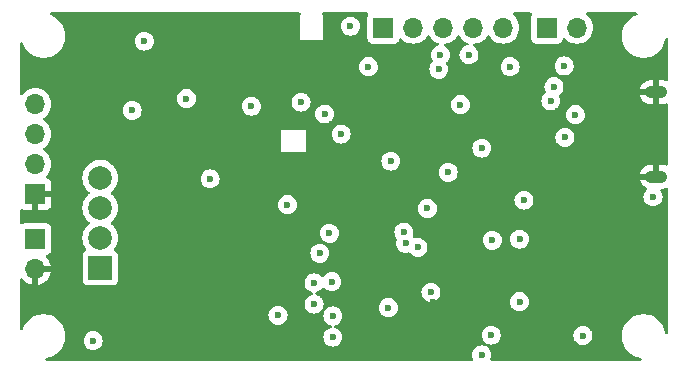
<source format=gbr>
%TF.GenerationSoftware,KiCad,Pcbnew,8.0.6*%
%TF.CreationDate,2025-01-17T09:04:30-05:00*%
%TF.ProjectId,Vanguard_V2,56616e67-7561-4726-945f-56322e6b6963,rev?*%
%TF.SameCoordinates,Original*%
%TF.FileFunction,Copper,L3,Inr*%
%TF.FilePolarity,Positive*%
%FSLAX46Y46*%
G04 Gerber Fmt 4.6, Leading zero omitted, Abs format (unit mm)*
G04 Created by KiCad (PCBNEW 8.0.6) date 2025-01-17 09:04:30*
%MOMM*%
%LPD*%
G01*
G04 APERTURE LIST*
%TA.AperFunction,ComponentPad*%
%ADD10R,1.700000X1.700000*%
%TD*%
%TA.AperFunction,ComponentPad*%
%ADD11O,1.700000X1.700000*%
%TD*%
%TA.AperFunction,ComponentPad*%
%ADD12O,1.900000X1.050000*%
%TD*%
%TA.AperFunction,ComponentPad*%
%ADD13R,2.000000X2.000000*%
%TD*%
%TA.AperFunction,ComponentPad*%
%ADD14C,2.000000*%
%TD*%
%TA.AperFunction,ViaPad*%
%ADD15C,0.600000*%
%TD*%
G04 APERTURE END LIST*
D10*
%TO.N,C1_P*%
%TO.C,J1*%
X99314000Y-92197000D03*
D11*
%TO.N,GND*%
X99314000Y-94737000D03*
%TD*%
D10*
%TO.N,I2C1_SDA*%
%TO.C,J5*%
X142616000Y-74295000D03*
D11*
%TO.N,I2C1_SCL*%
X145156000Y-74295000D03*
%TD*%
D12*
%TO.N,GND*%
%TO.C,J8*%
X151892000Y-86906000D03*
X151892000Y-79756000D03*
%TD*%
D10*
%TO.N,SERVO_1_PWM*%
%TO.C,J2*%
X128778000Y-74295000D03*
D11*
%TO.N,SERVO_2_PWM*%
X131318000Y-74295000D03*
%TO.N,SERVO_3_PWM*%
X133858000Y-74295000D03*
%TO.N,SERVO_4_PWM*%
X136398000Y-74295000D03*
%TO.N,SERVO_5_PWM*%
X138938000Y-74295000D03*
%TD*%
D10*
%TO.N,GND*%
%TO.C,J4*%
X99314000Y-88392000D03*
D11*
%TO.N,Net-(J4-Pin_2)*%
X99314000Y-85852000D03*
%TO.N,Net-(J4-Pin_3)*%
X99314000Y-83312000D03*
%TO.N,+3.3V*%
X99314000Y-80772000D03*
%TD*%
D13*
%TO.N,C1_M*%
%TO.C,J6*%
X104800000Y-94620000D03*
D14*
%TO.N,C1_P*%
X104800000Y-92080000D03*
%TO.N,C2_M*%
X104800000Y-89540000D03*
%TO.N,C1_P*%
X104800000Y-87000000D03*
%TD*%
D15*
%TO.N,GND*%
X118900000Y-85400000D03*
X134600000Y-84100000D03*
X149600000Y-78600000D03*
X121200000Y-94600000D03*
X144800000Y-85000000D03*
X143900000Y-94000000D03*
X146800000Y-75800000D03*
X152200000Y-77200000D03*
X150800000Y-96400000D03*
X113300000Y-81000000D03*
X146800000Y-74000000D03*
X143900000Y-91800000D03*
X149600000Y-77200000D03*
X116800000Y-74400000D03*
X129300000Y-80700000D03*
X109500000Y-83100000D03*
X143590103Y-81385897D03*
X117400000Y-91400000D03*
X124400000Y-82425000D03*
X146042000Y-78113000D03*
X107700000Y-93400000D03*
X137400000Y-96700000D03*
X116500000Y-85400000D03*
X121200000Y-96800000D03*
X148400000Y-74000000D03*
X117400000Y-101200000D03*
X117400000Y-98800000D03*
X117400000Y-96800000D03*
X117800000Y-84400000D03*
X141400000Y-78300000D03*
X130200000Y-101981000D03*
X103100000Y-83100000D03*
X147600000Y-99000000D03*
X103100000Y-79500000D03*
X111000000Y-81000000D03*
X135900000Y-97600000D03*
X147600000Y-96400000D03*
X146100000Y-94000000D03*
X136300000Y-92300000D03*
X113300000Y-83100000D03*
X138800000Y-97600000D03*
X119600000Y-89300000D03*
X121200000Y-101200000D03*
X148200000Y-101400000D03*
X118900000Y-83200000D03*
X147800000Y-82031000D03*
X133000000Y-97500000D03*
X134400000Y-96700000D03*
X125700000Y-75400000D03*
X124714000Y-88773000D03*
X117400000Y-94600000D03*
X139319000Y-102100000D03*
X148400000Y-75800000D03*
%TO.N,+3.3V*%
X129400000Y-85600000D03*
X123400000Y-93400000D03*
X144081500Y-77533500D03*
X127508000Y-77597000D03*
X129200000Y-98000000D03*
X137100000Y-102000000D03*
X145669000Y-100358000D03*
X125200000Y-83300000D03*
X142951470Y-80500000D03*
X108526000Y-75438000D03*
X124400000Y-95800000D03*
X132800000Y-96700000D03*
X138000000Y-92300000D03*
X151600000Y-88600000D03*
X104200000Y-100800000D03*
X120650000Y-89281000D03*
%TO.N,VBUS*%
X144145000Y-83586000D03*
%TO.N,I2C1_SDA*%
X145034000Y-81661000D03*
X134250000Y-86550000D03*
X117600000Y-80940000D03*
X124500046Y-100499954D03*
X140300000Y-97500000D03*
X140300000Y-92200000D03*
X123800000Y-81600000D03*
%TO.N,I2C1_SCL*%
X140674000Y-88900000D03*
X143216000Y-79294528D03*
X137900000Y-100330000D03*
X135300000Y-80800000D03*
X124500000Y-98700000D03*
%TO.N,SERVO_5_PWM*%
X136017000Y-76581000D03*
X133464970Y-77816000D03*
%TO.N,SD_CS*%
X132500000Y-89600000D03*
%TO.N,SPI1_MOSI*%
X131700000Y-92900000D03*
X122900000Y-97700000D03*
%TO.N,SPI1_SCK*%
X130500000Y-91600000D03*
X122900000Y-95900000D03*
%TO.N,SPI1_MISO*%
X119850000Y-98650000D03*
X130650000Y-92550000D03*
%TO.N,BOOT0*%
X125984000Y-74168000D03*
X133604000Y-76581000D03*
%TO.N,SWDIO*%
X137111265Y-84488735D03*
X114100000Y-87100000D03*
%TO.N,SWCLK*%
X107500000Y-81300000D03*
X121800000Y-80600000D03*
X139500000Y-77600000D03*
X112100000Y-80300000D03*
%TO.N,TELEM_CS*%
X124200000Y-91700000D03*
%TD*%
%TA.AperFunction,Conductor*%
%TO.N,GND*%
G36*
X121727177Y-73020185D02*
G01*
X121772932Y-73072989D01*
X121782876Y-73142147D01*
X121753851Y-73205703D01*
X121747819Y-73212181D01*
X121732000Y-73228000D01*
X121732000Y-75318000D01*
X123632000Y-75318000D01*
X123632000Y-74167996D01*
X125178435Y-74167996D01*
X125178435Y-74168003D01*
X125198630Y-74347249D01*
X125198631Y-74347254D01*
X125258211Y-74517523D01*
X125330416Y-74632435D01*
X125354184Y-74670262D01*
X125481738Y-74797816D01*
X125498239Y-74808184D01*
X125610481Y-74878711D01*
X125634478Y-74893789D01*
X125758588Y-74937217D01*
X125804745Y-74953368D01*
X125804750Y-74953369D01*
X125983996Y-74973565D01*
X125984000Y-74973565D01*
X125984004Y-74973565D01*
X126163249Y-74953369D01*
X126163252Y-74953368D01*
X126163255Y-74953368D01*
X126333522Y-74893789D01*
X126486262Y-74797816D01*
X126613816Y-74670262D01*
X126709789Y-74517522D01*
X126769368Y-74347255D01*
X126789565Y-74168000D01*
X126777350Y-74059592D01*
X126769369Y-73988750D01*
X126769368Y-73988745D01*
X126714291Y-73831344D01*
X126709789Y-73818478D01*
X126683887Y-73777256D01*
X126613815Y-73665737D01*
X126486262Y-73538184D01*
X126333523Y-73442211D01*
X126163254Y-73382631D01*
X126163249Y-73382630D01*
X125984004Y-73362435D01*
X125983996Y-73362435D01*
X125804750Y-73382630D01*
X125804745Y-73382631D01*
X125634476Y-73442211D01*
X125481737Y-73538184D01*
X125354184Y-73665737D01*
X125258211Y-73818476D01*
X125198631Y-73988745D01*
X125198630Y-73988750D01*
X125178435Y-74167996D01*
X123632000Y-74167996D01*
X123632000Y-73228000D01*
X123616181Y-73212181D01*
X123582696Y-73150858D01*
X123587680Y-73081166D01*
X123629552Y-73025233D01*
X123695016Y-73000816D01*
X123703862Y-73000500D01*
X127387825Y-73000500D01*
X127454864Y-73020185D01*
X127500619Y-73072989D01*
X127510563Y-73142147D01*
X127487092Y-73198810D01*
X127484206Y-73202664D01*
X127484202Y-73202671D01*
X127433908Y-73337517D01*
X127427501Y-73397116D01*
X127427500Y-73397135D01*
X127427500Y-75192870D01*
X127427501Y-75192876D01*
X127433908Y-75252483D01*
X127484202Y-75387328D01*
X127484206Y-75387335D01*
X127570452Y-75502544D01*
X127570455Y-75502547D01*
X127685664Y-75588793D01*
X127685671Y-75588797D01*
X127820517Y-75639091D01*
X127820516Y-75639091D01*
X127827444Y-75639835D01*
X127880127Y-75645500D01*
X129675872Y-75645499D01*
X129735483Y-75639091D01*
X129870331Y-75588796D01*
X129985546Y-75502546D01*
X130071796Y-75387331D01*
X130120810Y-75255916D01*
X130162681Y-75199984D01*
X130228145Y-75175566D01*
X130296418Y-75190417D01*
X130324673Y-75211569D01*
X130446599Y-75333495D01*
X130543384Y-75401265D01*
X130640165Y-75469032D01*
X130640167Y-75469033D01*
X130640170Y-75469035D01*
X130854337Y-75568903D01*
X130854343Y-75568904D01*
X130854344Y-75568905D01*
X130909285Y-75583626D01*
X131082592Y-75630063D01*
X131259034Y-75645500D01*
X131317999Y-75650659D01*
X131318000Y-75650659D01*
X131318001Y-75650659D01*
X131376966Y-75645500D01*
X131553408Y-75630063D01*
X131781663Y-75568903D01*
X131995830Y-75469035D01*
X132189401Y-75333495D01*
X132356495Y-75166401D01*
X132486425Y-74980842D01*
X132541002Y-74937217D01*
X132610500Y-74930023D01*
X132672855Y-74961546D01*
X132689575Y-74980842D01*
X132819500Y-75166395D01*
X132819505Y-75166401D01*
X132986599Y-75333495D01*
X133083384Y-75401265D01*
X133180165Y-75469032D01*
X133180167Y-75469033D01*
X133180170Y-75469035D01*
X133394337Y-75568903D01*
X133394350Y-75568906D01*
X133399431Y-75570757D01*
X133398632Y-75572950D01*
X133449814Y-75604099D01*
X133480387Y-75666925D01*
X133472140Y-75736306D01*
X133427692Y-75790215D01*
X133399073Y-75804613D01*
X133254480Y-75855209D01*
X133101737Y-75951184D01*
X132974184Y-76078737D01*
X132878211Y-76231476D01*
X132818631Y-76401745D01*
X132818630Y-76401750D01*
X132798435Y-76580996D01*
X132798435Y-76581003D01*
X132818630Y-76760249D01*
X132818631Y-76760254D01*
X132878211Y-76930523D01*
X132956860Y-77055691D01*
X132975860Y-77122928D01*
X132955492Y-77189763D01*
X132939548Y-77209344D01*
X132835153Y-77313739D01*
X132739181Y-77466476D01*
X132679601Y-77636745D01*
X132679600Y-77636750D01*
X132659405Y-77815996D01*
X132659405Y-77816003D01*
X132679600Y-77995249D01*
X132679601Y-77995254D01*
X132739181Y-78165523D01*
X132798098Y-78259288D01*
X132835154Y-78318262D01*
X132962708Y-78445816D01*
X133115448Y-78541789D01*
X133192467Y-78568739D01*
X133285715Y-78601368D01*
X133285720Y-78601369D01*
X133464966Y-78621565D01*
X133464970Y-78621565D01*
X133464974Y-78621565D01*
X133644219Y-78601369D01*
X133644222Y-78601368D01*
X133644225Y-78601368D01*
X133814492Y-78541789D01*
X133967232Y-78445816D01*
X134094786Y-78318262D01*
X134190759Y-78165522D01*
X134250338Y-77995255D01*
X134255829Y-77946522D01*
X134270535Y-77816003D01*
X134270535Y-77815996D01*
X134250339Y-77636750D01*
X134250338Y-77636745D01*
X134237479Y-77599996D01*
X138694435Y-77599996D01*
X138694435Y-77600003D01*
X138714630Y-77779249D01*
X138714631Y-77779254D01*
X138774211Y-77949523D01*
X138802943Y-77995249D01*
X138870184Y-78102262D01*
X138997738Y-78229816D01*
X139044644Y-78259289D01*
X139145703Y-78322789D01*
X139150478Y-78325789D01*
X139312174Y-78382369D01*
X139320745Y-78385368D01*
X139320750Y-78385369D01*
X139499996Y-78405565D01*
X139500000Y-78405565D01*
X139500004Y-78405565D01*
X139679249Y-78385369D01*
X139679252Y-78385368D01*
X139679255Y-78385368D01*
X139849522Y-78325789D01*
X140002262Y-78229816D01*
X140129816Y-78102262D01*
X140225789Y-77949522D01*
X140285368Y-77779255D01*
X140292861Y-77712754D01*
X140305565Y-77600003D01*
X140305565Y-77599996D01*
X140298072Y-77533496D01*
X143275935Y-77533496D01*
X143275935Y-77533503D01*
X143296130Y-77712749D01*
X143296131Y-77712754D01*
X143355711Y-77883023D01*
X143397496Y-77949523D01*
X143451684Y-78035762D01*
X143579238Y-78163316D01*
X143669580Y-78220082D01*
X143680297Y-78226816D01*
X143731978Y-78259289D01*
X143900513Y-78318262D01*
X143902245Y-78318868D01*
X143902250Y-78318869D01*
X144081496Y-78339065D01*
X144081500Y-78339065D01*
X144081504Y-78339065D01*
X144260749Y-78318869D01*
X144260752Y-78318868D01*
X144260755Y-78318868D01*
X144431022Y-78259289D01*
X144583762Y-78163316D01*
X144711316Y-78035762D01*
X144807289Y-77883022D01*
X144866868Y-77712755D01*
X144875432Y-77636750D01*
X144887065Y-77533503D01*
X144887065Y-77533496D01*
X144866869Y-77354250D01*
X144866868Y-77354245D01*
X144830558Y-77250478D01*
X144807289Y-77183978D01*
X144711316Y-77031238D01*
X144583762Y-76903684D01*
X144532082Y-76871211D01*
X144431023Y-76807711D01*
X144260754Y-76748131D01*
X144260749Y-76748130D01*
X144081504Y-76727935D01*
X144081496Y-76727935D01*
X143902250Y-76748130D01*
X143902245Y-76748131D01*
X143731976Y-76807711D01*
X143579237Y-76903684D01*
X143451684Y-77031237D01*
X143355711Y-77183976D01*
X143296131Y-77354245D01*
X143296130Y-77354250D01*
X143275935Y-77533496D01*
X140298072Y-77533496D01*
X140285369Y-77420750D01*
X140285368Y-77420745D01*
X140247925Y-77313739D01*
X140225789Y-77250478D01*
X140129816Y-77097738D01*
X140002262Y-76970184D01*
X139939142Y-76930523D01*
X139849523Y-76874211D01*
X139679254Y-76814631D01*
X139679249Y-76814630D01*
X139500004Y-76794435D01*
X139499996Y-76794435D01*
X139320750Y-76814630D01*
X139320745Y-76814631D01*
X139150476Y-76874211D01*
X138997737Y-76970184D01*
X138870184Y-77097737D01*
X138774211Y-77250476D01*
X138714631Y-77420745D01*
X138714630Y-77420750D01*
X138694435Y-77599996D01*
X134237479Y-77599996D01*
X134236432Y-77597003D01*
X134190759Y-77466478D01*
X134112108Y-77341306D01*
X134093109Y-77274072D01*
X134113476Y-77207236D01*
X134129413Y-77187664D01*
X134233816Y-77083262D01*
X134329789Y-76930522D01*
X134389368Y-76760255D01*
X134389369Y-76760249D01*
X134409565Y-76581003D01*
X134409565Y-76580996D01*
X134389369Y-76401750D01*
X134389368Y-76401745D01*
X134329788Y-76231476D01*
X134287257Y-76163789D01*
X134233816Y-76078738D01*
X134106262Y-75951184D01*
X134106260Y-75951182D01*
X133968589Y-75864677D01*
X133922299Y-75812343D01*
X133911651Y-75743289D01*
X133940026Y-75679441D01*
X133998416Y-75641069D01*
X134023747Y-75636157D01*
X134093408Y-75630063D01*
X134321663Y-75568903D01*
X134535830Y-75469035D01*
X134729401Y-75333495D01*
X134896495Y-75166401D01*
X135026425Y-74980842D01*
X135081002Y-74937217D01*
X135150500Y-74930023D01*
X135212855Y-74961546D01*
X135229575Y-74980842D01*
X135359500Y-75166395D01*
X135359505Y-75166401D01*
X135526599Y-75333495D01*
X135623384Y-75401265D01*
X135720165Y-75469032D01*
X135720167Y-75469033D01*
X135720170Y-75469035D01*
X135907711Y-75556487D01*
X135960149Y-75602658D01*
X135979301Y-75669852D01*
X135959085Y-75736733D01*
X135905920Y-75782067D01*
X135869190Y-75792088D01*
X135837749Y-75795630D01*
X135837745Y-75795631D01*
X135667476Y-75855211D01*
X135514737Y-75951184D01*
X135387184Y-76078737D01*
X135291211Y-76231476D01*
X135231631Y-76401745D01*
X135231630Y-76401750D01*
X135211435Y-76580996D01*
X135211435Y-76581003D01*
X135231630Y-76760249D01*
X135231631Y-76760254D01*
X135291211Y-76930523D01*
X135314247Y-76967184D01*
X135387184Y-77083262D01*
X135514738Y-77210816D01*
X135667478Y-77306789D01*
X135803114Y-77354250D01*
X135837745Y-77366368D01*
X135837750Y-77366369D01*
X136016996Y-77386565D01*
X136017000Y-77386565D01*
X136017004Y-77386565D01*
X136196249Y-77366369D01*
X136196252Y-77366368D01*
X136196255Y-77366368D01*
X136366522Y-77306789D01*
X136519262Y-77210816D01*
X136646816Y-77083262D01*
X136742789Y-76930522D01*
X136802368Y-76760255D01*
X136802369Y-76760249D01*
X136822565Y-76581003D01*
X136822565Y-76580996D01*
X136802369Y-76401750D01*
X136802368Y-76401745D01*
X136742788Y-76231476D01*
X136700257Y-76163789D01*
X136646816Y-76078738D01*
X136519262Y-75951184D01*
X136397111Y-75874431D01*
X136350821Y-75822097D01*
X136340173Y-75753044D01*
X136368548Y-75689195D01*
X136426938Y-75650823D01*
X136452274Y-75645910D01*
X136633408Y-75630063D01*
X136861663Y-75568903D01*
X137075830Y-75469035D01*
X137269401Y-75333495D01*
X137436495Y-75166401D01*
X137566425Y-74980842D01*
X137621002Y-74937217D01*
X137690500Y-74930023D01*
X137752855Y-74961546D01*
X137769575Y-74980842D01*
X137899500Y-75166395D01*
X137899505Y-75166401D01*
X138066599Y-75333495D01*
X138163384Y-75401265D01*
X138260165Y-75469032D01*
X138260167Y-75469033D01*
X138260170Y-75469035D01*
X138474337Y-75568903D01*
X138474343Y-75568904D01*
X138474344Y-75568905D01*
X138529285Y-75583626D01*
X138702592Y-75630063D01*
X138879034Y-75645500D01*
X138937999Y-75650659D01*
X138938000Y-75650659D01*
X138938001Y-75650659D01*
X138996966Y-75645500D01*
X139173408Y-75630063D01*
X139401663Y-75568903D01*
X139615830Y-75469035D01*
X139809401Y-75333495D01*
X139976495Y-75166401D01*
X140112035Y-74972830D01*
X140211903Y-74758663D01*
X140273063Y-74530408D01*
X140293659Y-74295000D01*
X140273063Y-74059592D01*
X140211903Y-73831337D01*
X140112035Y-73617171D01*
X140106425Y-73609158D01*
X139976494Y-73423597D01*
X139809402Y-73256506D01*
X139809396Y-73256501D01*
X139765943Y-73226075D01*
X139722318Y-73171498D01*
X139715124Y-73102000D01*
X139746647Y-73039645D01*
X139806877Y-73004231D01*
X139837066Y-73000500D01*
X141225825Y-73000500D01*
X141292864Y-73020185D01*
X141338619Y-73072989D01*
X141348563Y-73142147D01*
X141325092Y-73198810D01*
X141322206Y-73202664D01*
X141322202Y-73202671D01*
X141271908Y-73337517D01*
X141265501Y-73397116D01*
X141265500Y-73397135D01*
X141265500Y-75192870D01*
X141265501Y-75192876D01*
X141271908Y-75252483D01*
X141322202Y-75387328D01*
X141322206Y-75387335D01*
X141408452Y-75502544D01*
X141408455Y-75502547D01*
X141523664Y-75588793D01*
X141523671Y-75588797D01*
X141658517Y-75639091D01*
X141658516Y-75639091D01*
X141665444Y-75639835D01*
X141718127Y-75645500D01*
X143513872Y-75645499D01*
X143573483Y-75639091D01*
X143708331Y-75588796D01*
X143823546Y-75502546D01*
X143909796Y-75387331D01*
X143958810Y-75255916D01*
X144000681Y-75199984D01*
X144066145Y-75175566D01*
X144134418Y-75190417D01*
X144162673Y-75211569D01*
X144284599Y-75333495D01*
X144381384Y-75401265D01*
X144478165Y-75469032D01*
X144478167Y-75469033D01*
X144478170Y-75469035D01*
X144692337Y-75568903D01*
X144692343Y-75568904D01*
X144692344Y-75568905D01*
X144747285Y-75583626D01*
X144920592Y-75630063D01*
X145097034Y-75645500D01*
X145155999Y-75650659D01*
X145156000Y-75650659D01*
X145156001Y-75650659D01*
X145214966Y-75645500D01*
X145391408Y-75630063D01*
X145619663Y-75568903D01*
X145833830Y-75469035D01*
X146027401Y-75333495D01*
X146194495Y-75166401D01*
X146330035Y-74972830D01*
X146429903Y-74758663D01*
X146491063Y-74530408D01*
X146511659Y-74295000D01*
X146491063Y-74059592D01*
X146429903Y-73831337D01*
X146330035Y-73617171D01*
X146324425Y-73609158D01*
X146194494Y-73423597D01*
X146027402Y-73256506D01*
X146027396Y-73256501D01*
X145983943Y-73226075D01*
X145940318Y-73171498D01*
X145933124Y-73102000D01*
X145964647Y-73039645D01*
X146024877Y-73004231D01*
X146055066Y-73000500D01*
X150170580Y-73000500D01*
X150237619Y-73020185D01*
X150283374Y-73072989D01*
X150293318Y-73142147D01*
X150264293Y-73205703D01*
X150207572Y-73242154D01*
X150207738Y-73242643D01*
X150205777Y-73243308D01*
X150205515Y-73243477D01*
X150204161Y-73243856D01*
X150203901Y-73243945D01*
X149979794Y-73336773D01*
X149979785Y-73336777D01*
X149769706Y-73458067D01*
X149577263Y-73605733D01*
X149577256Y-73605739D01*
X149405739Y-73777256D01*
X149405733Y-73777263D01*
X149258067Y-73969706D01*
X149136777Y-74179785D01*
X149136773Y-74179794D01*
X149043947Y-74403895D01*
X148981161Y-74638214D01*
X148949500Y-74878711D01*
X148949500Y-75121288D01*
X148981161Y-75361785D01*
X149043947Y-75596104D01*
X149136773Y-75820205D01*
X149136776Y-75820212D01*
X149258064Y-76030289D01*
X149258066Y-76030292D01*
X149258067Y-76030293D01*
X149405733Y-76222736D01*
X149405739Y-76222743D01*
X149577256Y-76394260D01*
X149577263Y-76394266D01*
X149690321Y-76481018D01*
X149769711Y-76541936D01*
X149979788Y-76663224D01*
X150136015Y-76727935D01*
X150184774Y-76748132D01*
X150203900Y-76756054D01*
X150438211Y-76818838D01*
X150618586Y-76842584D01*
X150678711Y-76850500D01*
X150678712Y-76850500D01*
X150921289Y-76850500D01*
X150969388Y-76844167D01*
X151161789Y-76818838D01*
X151396100Y-76756054D01*
X151620212Y-76663224D01*
X151830289Y-76541936D01*
X152022738Y-76394265D01*
X152194265Y-76222738D01*
X152341936Y-76030289D01*
X152463224Y-75820212D01*
X152556054Y-75596100D01*
X152618838Y-75361789D01*
X152632561Y-75257549D01*
X152660827Y-75193653D01*
X152719152Y-75155182D01*
X152789016Y-75154351D01*
X152848240Y-75191423D01*
X152878019Y-75254628D01*
X152879500Y-75273735D01*
X152879500Y-78693963D01*
X152859815Y-78761002D01*
X152807011Y-78806757D01*
X152737853Y-78816701D01*
X152708048Y-78808525D01*
X152615974Y-78770388D01*
X152615974Y-78770387D01*
X152417958Y-78731000D01*
X152142000Y-78731000D01*
X152142000Y-79531000D01*
X151447245Y-79531000D01*
X151364548Y-79565254D01*
X151301254Y-79628548D01*
X151267000Y-79711245D01*
X151267000Y-79800755D01*
X151301254Y-79883452D01*
X151364548Y-79946746D01*
X151447245Y-79981000D01*
X152142000Y-79981000D01*
X152142000Y-80781000D01*
X152417955Y-80781000D01*
X152417958Y-80780999D01*
X152615974Y-80741612D01*
X152615979Y-80741610D01*
X152708047Y-80703475D01*
X152777517Y-80696006D01*
X152839996Y-80727281D01*
X152875648Y-80787370D01*
X152879500Y-80818036D01*
X152879500Y-85843963D01*
X152859815Y-85911002D01*
X152807011Y-85956757D01*
X152737853Y-85966701D01*
X152708048Y-85958525D01*
X152615974Y-85920388D01*
X152615974Y-85920387D01*
X152417958Y-85881000D01*
X152142000Y-85881000D01*
X152142000Y-86681000D01*
X151447245Y-86681000D01*
X151364548Y-86715254D01*
X151301254Y-86778548D01*
X151267000Y-86861245D01*
X151267000Y-86950755D01*
X151301254Y-87033452D01*
X151364548Y-87096746D01*
X151447245Y-87131000D01*
X152085430Y-87131000D01*
X152069511Y-87144794D01*
X152018000Y-87156000D01*
X150471647Y-87156000D01*
X150481387Y-87204974D01*
X150481390Y-87204983D01*
X150558652Y-87391513D01*
X150558659Y-87391526D01*
X150670829Y-87559399D01*
X150670832Y-87559403D01*
X150813596Y-87702167D01*
X150813600Y-87702170D01*
X150981473Y-87814340D01*
X150981478Y-87814342D01*
X151002426Y-87823019D01*
X151056831Y-87866859D01*
X151078898Y-87933152D01*
X151061621Y-88000852D01*
X151042659Y-88025263D01*
X150970183Y-88097739D01*
X150874211Y-88250476D01*
X150814631Y-88420745D01*
X150814630Y-88420750D01*
X150794435Y-88599996D01*
X150794435Y-88600003D01*
X150814630Y-88779249D01*
X150814631Y-88779254D01*
X150874211Y-88949523D01*
X150955724Y-89079249D01*
X150970184Y-89102262D01*
X151097738Y-89229816D01*
X151250478Y-89325789D01*
X151420745Y-89385368D01*
X151420750Y-89385369D01*
X151599996Y-89405565D01*
X151600000Y-89405565D01*
X151600004Y-89405565D01*
X151779249Y-89385369D01*
X151779252Y-89385368D01*
X151779255Y-89385368D01*
X151949522Y-89325789D01*
X152102262Y-89229816D01*
X152229816Y-89102262D01*
X152325789Y-88949522D01*
X152385368Y-88779255D01*
X152385369Y-88779249D01*
X152405565Y-88600003D01*
X152405565Y-88599996D01*
X152385369Y-88420750D01*
X152385368Y-88420745D01*
X152325789Y-88250478D01*
X152281936Y-88180687D01*
X152244415Y-88120972D01*
X152225415Y-88053735D01*
X152245783Y-87986900D01*
X152299051Y-87941686D01*
X152349409Y-87931000D01*
X152417955Y-87931000D01*
X152417958Y-87930999D01*
X152615974Y-87891612D01*
X152615979Y-87891610D01*
X152708047Y-87853475D01*
X152777517Y-87846006D01*
X152839996Y-87877281D01*
X152875648Y-87937370D01*
X152879500Y-87968036D01*
X152879500Y-100126264D01*
X152859815Y-100193303D01*
X152807011Y-100239058D01*
X152737853Y-100249002D01*
X152674297Y-100219977D01*
X152636523Y-100161199D01*
X152632561Y-100142449D01*
X152618838Y-100038214D01*
X152618838Y-100038211D01*
X152556054Y-99803900D01*
X152463224Y-99579788D01*
X152341936Y-99369711D01*
X152194265Y-99177262D01*
X152194260Y-99177256D01*
X152022743Y-99005739D01*
X152022736Y-99005733D01*
X151830293Y-98858067D01*
X151830292Y-98858066D01*
X151830289Y-98858064D01*
X151620212Y-98736776D01*
X151593685Y-98725788D01*
X151396104Y-98643947D01*
X151161785Y-98581161D01*
X150921289Y-98549500D01*
X150921288Y-98549500D01*
X150678712Y-98549500D01*
X150678711Y-98549500D01*
X150438214Y-98581161D01*
X150203895Y-98643947D01*
X149979794Y-98736773D01*
X149979785Y-98736777D01*
X149769706Y-98858067D01*
X149577263Y-99005733D01*
X149577256Y-99005739D01*
X149405739Y-99177256D01*
X149405733Y-99177263D01*
X149258067Y-99369706D01*
X149258064Y-99369710D01*
X149258064Y-99369711D01*
X149254555Y-99375789D01*
X149136777Y-99579785D01*
X149136773Y-99579794D01*
X149043947Y-99803895D01*
X148981161Y-100038214D01*
X148949500Y-100278711D01*
X148949500Y-100521288D01*
X148981161Y-100761785D01*
X149043947Y-100996104D01*
X149110521Y-101156827D01*
X149136776Y-101220212D01*
X149258064Y-101430289D01*
X149258066Y-101430292D01*
X149258067Y-101430293D01*
X149405733Y-101622736D01*
X149405739Y-101622743D01*
X149577256Y-101794260D01*
X149577262Y-101794265D01*
X149769711Y-101941936D01*
X149979788Y-102063224D01*
X150203900Y-102156054D01*
X150438211Y-102218838D01*
X150531046Y-102231059D01*
X150542449Y-102232561D01*
X150606346Y-102260827D01*
X150644817Y-102319152D01*
X150645648Y-102389016D01*
X150608576Y-102448240D01*
X150545370Y-102478019D01*
X150526264Y-102479500D01*
X137955070Y-102479500D01*
X137888031Y-102459815D01*
X137842276Y-102407011D01*
X137832332Y-102337853D01*
X137838028Y-102314545D01*
X137872786Y-102215212D01*
X137885368Y-102179255D01*
X137887982Y-102156054D01*
X137905565Y-102000003D01*
X137905565Y-101999996D01*
X137885369Y-101820750D01*
X137885368Y-101820745D01*
X137825788Y-101650476D01*
X137766901Y-101556759D01*
X137729816Y-101497738D01*
X137602262Y-101370184D01*
X137470005Y-101287081D01*
X137452255Y-101267014D01*
X137430302Y-101267238D01*
X137423067Y-101264953D01*
X137279257Y-101214632D01*
X137279249Y-101214630D01*
X137100004Y-101194435D01*
X137099996Y-101194435D01*
X136920750Y-101214630D01*
X136920745Y-101214631D01*
X136750476Y-101274211D01*
X136597737Y-101370184D01*
X136470184Y-101497737D01*
X136374211Y-101650476D01*
X136314631Y-101820745D01*
X136314630Y-101820750D01*
X136294435Y-101999996D01*
X136294435Y-102000003D01*
X136314630Y-102179249D01*
X136314631Y-102179254D01*
X136361972Y-102314545D01*
X136365533Y-102384324D01*
X136330804Y-102444952D01*
X136268811Y-102477179D01*
X136244930Y-102479500D01*
X100273736Y-102479500D01*
X100206697Y-102459815D01*
X100160942Y-102407011D01*
X100150998Y-102337853D01*
X100180023Y-102274297D01*
X100238801Y-102236523D01*
X100257551Y-102232561D01*
X100266343Y-102231403D01*
X100361789Y-102218838D01*
X100596100Y-102156054D01*
X100820212Y-102063224D01*
X101030289Y-101941936D01*
X101222738Y-101794265D01*
X101394265Y-101622738D01*
X101541936Y-101430289D01*
X101663224Y-101220212D01*
X101756054Y-100996100D01*
X101808600Y-100799996D01*
X103394435Y-100799996D01*
X103394435Y-100800003D01*
X103414630Y-100979249D01*
X103414631Y-100979254D01*
X103474211Y-101149523D01*
X103560646Y-101287082D01*
X103570184Y-101302262D01*
X103697738Y-101429816D01*
X103777207Y-101479750D01*
X103805833Y-101497737D01*
X103850478Y-101525789D01*
X104020745Y-101585368D01*
X104020750Y-101585369D01*
X104199996Y-101605565D01*
X104200000Y-101605565D01*
X104200004Y-101605565D01*
X104379249Y-101585369D01*
X104379252Y-101585368D01*
X104379255Y-101585368D01*
X104549522Y-101525789D01*
X104702262Y-101429816D01*
X104829816Y-101302262D01*
X104925789Y-101149522D01*
X104985368Y-100979255D01*
X104985369Y-100979249D01*
X105005565Y-100800003D01*
X105005565Y-100799996D01*
X104985369Y-100620750D01*
X104985368Y-100620745D01*
X104925789Y-100450478D01*
X104829816Y-100297738D01*
X104702262Y-100170184D01*
X104549523Y-100074211D01*
X104379254Y-100014631D01*
X104379249Y-100014630D01*
X104200004Y-99994435D01*
X104199996Y-99994435D01*
X104020750Y-100014630D01*
X104020745Y-100014631D01*
X103850476Y-100074211D01*
X103697737Y-100170184D01*
X103570184Y-100297737D01*
X103474211Y-100450476D01*
X103414631Y-100620745D01*
X103414630Y-100620750D01*
X103394435Y-100799996D01*
X101808600Y-100799996D01*
X101818838Y-100761789D01*
X101850500Y-100521288D01*
X101850500Y-100278712D01*
X101818838Y-100038211D01*
X101756054Y-99803900D01*
X101663224Y-99579788D01*
X101541936Y-99369711D01*
X101394265Y-99177262D01*
X101394260Y-99177256D01*
X101222743Y-99005739D01*
X101222736Y-99005733D01*
X101030293Y-98858067D01*
X101030292Y-98858066D01*
X101030289Y-98858064D01*
X100820212Y-98736776D01*
X100793685Y-98725788D01*
X100610708Y-98649996D01*
X119044435Y-98649996D01*
X119044435Y-98650003D01*
X119064630Y-98829249D01*
X119064631Y-98829254D01*
X119124211Y-98999523D01*
X119220184Y-99152262D01*
X119347738Y-99279816D01*
X119500478Y-99375789D01*
X119643370Y-99425789D01*
X119670745Y-99435368D01*
X119670750Y-99435369D01*
X119849996Y-99455565D01*
X119850000Y-99455565D01*
X119850004Y-99455565D01*
X120029249Y-99435369D01*
X120029252Y-99435368D01*
X120029255Y-99435368D01*
X120199522Y-99375789D01*
X120352262Y-99279816D01*
X120479816Y-99152262D01*
X120575789Y-98999522D01*
X120635368Y-98829255D01*
X120635369Y-98829249D01*
X120649932Y-98699996D01*
X123694435Y-98699996D01*
X123694435Y-98700003D01*
X123714630Y-98879249D01*
X123714631Y-98879254D01*
X123774211Y-99049523D01*
X123838767Y-99152262D01*
X123870184Y-99202262D01*
X123997738Y-99329816D01*
X124070902Y-99375788D01*
X124150480Y-99425790D01*
X124313814Y-99482944D01*
X124370590Y-99523665D01*
X124396337Y-99588618D01*
X124382881Y-99657180D01*
X124334493Y-99707582D01*
X124313814Y-99717026D01*
X124150526Y-99774163D01*
X123997783Y-99870138D01*
X123870230Y-99997691D01*
X123774257Y-100150430D01*
X123714677Y-100320699D01*
X123714676Y-100320704D01*
X123694481Y-100499950D01*
X123694481Y-100499957D01*
X123714676Y-100679203D01*
X123714677Y-100679208D01*
X123774257Y-100849477D01*
X123843588Y-100959816D01*
X123870230Y-101002216D01*
X123997784Y-101129770D01*
X124061889Y-101170050D01*
X124141724Y-101220214D01*
X124150524Y-101225743D01*
X124241715Y-101257652D01*
X124320791Y-101285322D01*
X124320796Y-101285323D01*
X124500042Y-101305519D01*
X124500046Y-101305519D01*
X124500050Y-101305519D01*
X124679295Y-101285323D01*
X124679298Y-101285322D01*
X124679301Y-101285322D01*
X124849568Y-101225743D01*
X125002308Y-101129770D01*
X125129862Y-101002216D01*
X125225835Y-100849476D01*
X125285414Y-100679209D01*
X125292001Y-100620750D01*
X125305611Y-100499957D01*
X125305611Y-100499950D01*
X125286462Y-100329996D01*
X137094435Y-100329996D01*
X137094435Y-100330003D01*
X137114630Y-100509249D01*
X137114631Y-100509254D01*
X137174211Y-100679523D01*
X137191805Y-100707523D01*
X137270184Y-100832262D01*
X137397738Y-100959816D01*
X137529993Y-101042917D01*
X137547743Y-101062984D01*
X137569698Y-101062761D01*
X137576933Y-101065046D01*
X137720745Y-101115368D01*
X137720750Y-101115369D01*
X137899996Y-101135565D01*
X137900000Y-101135565D01*
X137900004Y-101135565D01*
X138079249Y-101115369D01*
X138079252Y-101115368D01*
X138079255Y-101115368D01*
X138249522Y-101055789D01*
X138402262Y-100959816D01*
X138529816Y-100832262D01*
X138625789Y-100679522D01*
X138685368Y-100509255D01*
X138686416Y-100499954D01*
X138702411Y-100357996D01*
X144863435Y-100357996D01*
X144863435Y-100358003D01*
X144883630Y-100537249D01*
X144883631Y-100537254D01*
X144943211Y-100707523D01*
X145021590Y-100832262D01*
X145039184Y-100860262D01*
X145166738Y-100987816D01*
X145319478Y-101083789D01*
X145450881Y-101129769D01*
X145489745Y-101143368D01*
X145489750Y-101143369D01*
X145668996Y-101163565D01*
X145669000Y-101163565D01*
X145669004Y-101163565D01*
X145848249Y-101143369D01*
X145848252Y-101143368D01*
X145848255Y-101143368D01*
X146018522Y-101083789D01*
X146171262Y-100987816D01*
X146298816Y-100860262D01*
X146394789Y-100707522D01*
X146454368Y-100537255D01*
X146457523Y-100509254D01*
X146474565Y-100358003D01*
X146474565Y-100357996D01*
X146454369Y-100178750D01*
X146454368Y-100178745D01*
X146396942Y-100014631D01*
X146394789Y-100008478D01*
X146377195Y-99980478D01*
X146298815Y-99855737D01*
X146171262Y-99728184D01*
X146018523Y-99632211D01*
X145848254Y-99572631D01*
X145848249Y-99572630D01*
X145669004Y-99552435D01*
X145668996Y-99552435D01*
X145489750Y-99572630D01*
X145489745Y-99572631D01*
X145319476Y-99632211D01*
X145166737Y-99728184D01*
X145039184Y-99855737D01*
X144943211Y-100008476D01*
X144883631Y-100178745D01*
X144883630Y-100178750D01*
X144863435Y-100357996D01*
X138702411Y-100357996D01*
X138705565Y-100330003D01*
X138705565Y-100329996D01*
X138685369Y-100150750D01*
X138685368Y-100150745D01*
X138676802Y-100126264D01*
X138625789Y-99980478D01*
X138529816Y-99827738D01*
X138402262Y-99700184D01*
X138294084Y-99632211D01*
X138249523Y-99604211D01*
X138079254Y-99544631D01*
X138079249Y-99544630D01*
X137900004Y-99524435D01*
X137899996Y-99524435D01*
X137720750Y-99544630D01*
X137720745Y-99544631D01*
X137550476Y-99604211D01*
X137397737Y-99700184D01*
X137270184Y-99827737D01*
X137174211Y-99980476D01*
X137114631Y-100150745D01*
X137114630Y-100150750D01*
X137094435Y-100329996D01*
X125286462Y-100329996D01*
X125285415Y-100320704D01*
X125285414Y-100320699D01*
X125260326Y-100249002D01*
X125225835Y-100150432D01*
X125129862Y-99997692D01*
X125002308Y-99870138D01*
X124849568Y-99774165D01*
X124849565Y-99774163D01*
X124686231Y-99717009D01*
X124629455Y-99676287D01*
X124603708Y-99611335D01*
X124617165Y-99542773D01*
X124665552Y-99492370D01*
X124686225Y-99482928D01*
X124849522Y-99425789D01*
X125002262Y-99329816D01*
X125129816Y-99202262D01*
X125225789Y-99049522D01*
X125285368Y-98879255D01*
X125285369Y-98879249D01*
X125305565Y-98700003D01*
X125305565Y-98699996D01*
X125285369Y-98520750D01*
X125285368Y-98520745D01*
X125280056Y-98505565D01*
X125225789Y-98350478D01*
X125225188Y-98349522D01*
X125184878Y-98285368D01*
X125129816Y-98197738D01*
X125002262Y-98070184D01*
X124922688Y-98020184D01*
X124890559Y-97999996D01*
X128394435Y-97999996D01*
X128394435Y-98000003D01*
X128414630Y-98179249D01*
X128414631Y-98179254D01*
X128474211Y-98349523D01*
X128550384Y-98470750D01*
X128570184Y-98502262D01*
X128697738Y-98629816D01*
X128850478Y-98725789D01*
X129020745Y-98785368D01*
X129020750Y-98785369D01*
X129199996Y-98805565D01*
X129200000Y-98805565D01*
X129200004Y-98805565D01*
X129379249Y-98785369D01*
X129379252Y-98785368D01*
X129379255Y-98785368D01*
X129549522Y-98725789D01*
X129702262Y-98629816D01*
X129829816Y-98502262D01*
X129925789Y-98349522D01*
X129985368Y-98179255D01*
X129988919Y-98147738D01*
X130005565Y-98000003D01*
X130005565Y-97999996D01*
X129985369Y-97820750D01*
X129985368Y-97820745D01*
X129925789Y-97650478D01*
X129829816Y-97497738D01*
X129702262Y-97370184D01*
X129638017Y-97329816D01*
X129549523Y-97274211D01*
X129379254Y-97214631D01*
X129379249Y-97214630D01*
X129200004Y-97194435D01*
X129199996Y-97194435D01*
X129020750Y-97214630D01*
X129020745Y-97214631D01*
X128850476Y-97274211D01*
X128697737Y-97370184D01*
X128570184Y-97497737D01*
X128474211Y-97650476D01*
X128414631Y-97820745D01*
X128414630Y-97820750D01*
X128394435Y-97999996D01*
X124890559Y-97999996D01*
X124849523Y-97974211D01*
X124679254Y-97914631D01*
X124679249Y-97914630D01*
X124500004Y-97894435D01*
X124499996Y-97894435D01*
X124320750Y-97914630D01*
X124320745Y-97914631D01*
X124150476Y-97974211D01*
X123997737Y-98070184D01*
X123870184Y-98197737D01*
X123774211Y-98350476D01*
X123714631Y-98520745D01*
X123714630Y-98520750D01*
X123694435Y-98699996D01*
X120649932Y-98699996D01*
X120655565Y-98650003D01*
X120655565Y-98649996D01*
X120635369Y-98470750D01*
X120635368Y-98470745D01*
X120593284Y-98350476D01*
X120575789Y-98300478D01*
X120566295Y-98285369D01*
X120499619Y-98179254D01*
X120479816Y-98147738D01*
X120352262Y-98020184D01*
X120199523Y-97924211D01*
X120029254Y-97864631D01*
X120029249Y-97864630D01*
X119850004Y-97844435D01*
X119849996Y-97844435D01*
X119670750Y-97864630D01*
X119670745Y-97864631D01*
X119500476Y-97924211D01*
X119347737Y-98020184D01*
X119220184Y-98147737D01*
X119124211Y-98300476D01*
X119064631Y-98470745D01*
X119064630Y-98470750D01*
X119044435Y-98649996D01*
X100610708Y-98649996D01*
X100596104Y-98643947D01*
X100361785Y-98581161D01*
X100121289Y-98549500D01*
X100121288Y-98549500D01*
X99878712Y-98549500D01*
X99878711Y-98549500D01*
X99638214Y-98581161D01*
X99403895Y-98643947D01*
X99179794Y-98736773D01*
X99179785Y-98736777D01*
X98969706Y-98858067D01*
X98777263Y-99005733D01*
X98777256Y-99005739D01*
X98605739Y-99177256D01*
X98605733Y-99177263D01*
X98458067Y-99369706D01*
X98458064Y-99369710D01*
X98458064Y-99369711D01*
X98454555Y-99375789D01*
X98336777Y-99579785D01*
X98336773Y-99579794D01*
X98243945Y-99803901D01*
X98242643Y-99807738D01*
X98241438Y-99807329D01*
X98207905Y-99862337D01*
X98145057Y-99892863D01*
X98075682Y-99884565D01*
X98021806Y-99840077D01*
X98000535Y-99773524D01*
X98000500Y-99770579D01*
X98000500Y-95608057D01*
X98020185Y-95541018D01*
X98072989Y-95495263D01*
X98142147Y-95485319D01*
X98205703Y-95514344D01*
X98226075Y-95536934D01*
X98275891Y-95608079D01*
X98442917Y-95775105D01*
X98636421Y-95910600D01*
X98850507Y-96010429D01*
X98850516Y-96010433D01*
X99064000Y-96067634D01*
X99064000Y-95170012D01*
X99121007Y-95202925D01*
X99248174Y-95237000D01*
X99379826Y-95237000D01*
X99506993Y-95202925D01*
X99564000Y-95170012D01*
X99564000Y-96067633D01*
X99777483Y-96010433D01*
X99777492Y-96010429D01*
X99991578Y-95910600D01*
X100185082Y-95775105D01*
X100352105Y-95608082D01*
X100487600Y-95414578D01*
X100587429Y-95200492D01*
X100587432Y-95200486D01*
X100644636Y-94987000D01*
X99747012Y-94987000D01*
X99779925Y-94929993D01*
X99814000Y-94802826D01*
X99814000Y-94671174D01*
X99779925Y-94544007D01*
X99747012Y-94487000D01*
X100644636Y-94487000D01*
X100644635Y-94486999D01*
X100587432Y-94273513D01*
X100587429Y-94273507D01*
X100487600Y-94059422D01*
X100487599Y-94059420D01*
X100352113Y-93865926D01*
X100352108Y-93865920D01*
X100230053Y-93743865D01*
X100196568Y-93682542D01*
X100201552Y-93612850D01*
X100243424Y-93556917D01*
X100274400Y-93540002D01*
X100406331Y-93490796D01*
X100521546Y-93404546D01*
X100607796Y-93289331D01*
X100658091Y-93154483D01*
X100664500Y-93094873D01*
X100664499Y-91299128D01*
X100658091Y-91239517D01*
X100642508Y-91197738D01*
X100607797Y-91104671D01*
X100607793Y-91104664D01*
X100521547Y-90989455D01*
X100521544Y-90989452D01*
X100406335Y-90903206D01*
X100406328Y-90903202D01*
X100271482Y-90852908D01*
X100271483Y-90852908D01*
X100211883Y-90846501D01*
X100211881Y-90846500D01*
X100211873Y-90846500D01*
X100211864Y-90846500D01*
X98416129Y-90846500D01*
X98416123Y-90846501D01*
X98356516Y-90852908D01*
X98221671Y-90903202D01*
X98221669Y-90903203D01*
X98198810Y-90920316D01*
X98133345Y-90944732D01*
X98065072Y-90929880D01*
X98015667Y-90880474D01*
X98000500Y-90821048D01*
X98000500Y-89767327D01*
X98020185Y-89700288D01*
X98072989Y-89654533D01*
X98142147Y-89644589D01*
X98198812Y-89668061D01*
X98221910Y-89685352D01*
X98221913Y-89685354D01*
X98356620Y-89735596D01*
X98356627Y-89735598D01*
X98416155Y-89741999D01*
X98416172Y-89742000D01*
X99064000Y-89742000D01*
X99064000Y-88825012D01*
X99121007Y-88857925D01*
X99248174Y-88892000D01*
X99379826Y-88892000D01*
X99506993Y-88857925D01*
X99564000Y-88825012D01*
X99564000Y-89742000D01*
X100211828Y-89742000D01*
X100211844Y-89741999D01*
X100271372Y-89735598D01*
X100271379Y-89735596D01*
X100406086Y-89685354D01*
X100406093Y-89685350D01*
X100521187Y-89599190D01*
X100521190Y-89599187D01*
X100607350Y-89484093D01*
X100607354Y-89484086D01*
X100657596Y-89349379D01*
X100657598Y-89349372D01*
X100663999Y-89289844D01*
X100664000Y-89289827D01*
X100664000Y-88642000D01*
X99747012Y-88642000D01*
X99779925Y-88584993D01*
X99814000Y-88457826D01*
X99814000Y-88326174D01*
X99779925Y-88199007D01*
X99747012Y-88142000D01*
X100664000Y-88142000D01*
X100664000Y-87494172D01*
X100663999Y-87494155D01*
X100657598Y-87434627D01*
X100657596Y-87434620D01*
X100607354Y-87299913D01*
X100607350Y-87299906D01*
X100521190Y-87184812D01*
X100521187Y-87184809D01*
X100406093Y-87098649D01*
X100406088Y-87098646D01*
X100274528Y-87049577D01*
X100218595Y-87007705D01*
X100215719Y-86999994D01*
X103294357Y-86999994D01*
X103294357Y-87000005D01*
X103314890Y-87247812D01*
X103314892Y-87247824D01*
X103375936Y-87488881D01*
X103475826Y-87716606D01*
X103611833Y-87924782D01*
X103617556Y-87930999D01*
X103780256Y-88107738D01*
X103863008Y-88172147D01*
X103903821Y-88228857D01*
X103907496Y-88298630D01*
X103872864Y-88359313D01*
X103863014Y-88367848D01*
X103804400Y-88413469D01*
X103780257Y-88432261D01*
X103611833Y-88615217D01*
X103475826Y-88823393D01*
X103375936Y-89051118D01*
X103314892Y-89292175D01*
X103314890Y-89292187D01*
X103294357Y-89539994D01*
X103294357Y-89540005D01*
X103314890Y-89787812D01*
X103314892Y-89787824D01*
X103375936Y-90028881D01*
X103475826Y-90256606D01*
X103611833Y-90464782D01*
X103611836Y-90464785D01*
X103780256Y-90647738D01*
X103863008Y-90712147D01*
X103903821Y-90768857D01*
X103907496Y-90838630D01*
X103872864Y-90899313D01*
X103863014Y-90907848D01*
X103815627Y-90944732D01*
X103780257Y-90972261D01*
X103611833Y-91155217D01*
X103475826Y-91363393D01*
X103375936Y-91591118D01*
X103314892Y-91832175D01*
X103314890Y-91832187D01*
X103294357Y-92079994D01*
X103294357Y-92080005D01*
X103314890Y-92327812D01*
X103314892Y-92327824D01*
X103375936Y-92568881D01*
X103475825Y-92796603D01*
X103475827Y-92796607D01*
X103606742Y-92996988D01*
X103626929Y-93063877D01*
X103607749Y-93131063D01*
X103562367Y-93173637D01*
X103557670Y-93176201D01*
X103442455Y-93262452D01*
X103442452Y-93262455D01*
X103356206Y-93377664D01*
X103356202Y-93377671D01*
X103305908Y-93512517D01*
X103301135Y-93556917D01*
X103299501Y-93572123D01*
X103299500Y-93572135D01*
X103299500Y-95667870D01*
X103299501Y-95667876D01*
X103305908Y-95727483D01*
X103356202Y-95862328D01*
X103356206Y-95862335D01*
X103442452Y-95977544D01*
X103442455Y-95977547D01*
X103557664Y-96063793D01*
X103557671Y-96063797D01*
X103692517Y-96114091D01*
X103692516Y-96114091D01*
X103699444Y-96114835D01*
X103752127Y-96120500D01*
X105847872Y-96120499D01*
X105907483Y-96114091D01*
X106042331Y-96063796D01*
X106157546Y-95977546D01*
X106215600Y-95899996D01*
X122094435Y-95899996D01*
X122094435Y-95900003D01*
X122114630Y-96079249D01*
X122114631Y-96079254D01*
X122174211Y-96249523D01*
X122237646Y-96350478D01*
X122270184Y-96402262D01*
X122397738Y-96529816D01*
X122550478Y-96625789D01*
X122550480Y-96625790D01*
X122713857Y-96682959D01*
X122770633Y-96723680D01*
X122796380Y-96788633D01*
X122782924Y-96857195D01*
X122734536Y-96907597D01*
X122713857Y-96917041D01*
X122550480Y-96974209D01*
X122397737Y-97070184D01*
X122270184Y-97197737D01*
X122174211Y-97350476D01*
X122114631Y-97520745D01*
X122114630Y-97520750D01*
X122094435Y-97699996D01*
X122094435Y-97700003D01*
X122114630Y-97879249D01*
X122114631Y-97879254D01*
X122174211Y-98049523D01*
X122235924Y-98147738D01*
X122270184Y-98202262D01*
X122397738Y-98329816D01*
X122550478Y-98425789D01*
X122678955Y-98470745D01*
X122720745Y-98485368D01*
X122720750Y-98485369D01*
X122899996Y-98505565D01*
X122900000Y-98505565D01*
X122900004Y-98505565D01*
X123079249Y-98485369D01*
X123079252Y-98485368D01*
X123079255Y-98485368D01*
X123249522Y-98425789D01*
X123402262Y-98329816D01*
X123529816Y-98202262D01*
X123625789Y-98049522D01*
X123685368Y-97879255D01*
X123688718Y-97849522D01*
X123705565Y-97700003D01*
X123705565Y-97699996D01*
X123685369Y-97520750D01*
X123685368Y-97520745D01*
X123678108Y-97499996D01*
X123625789Y-97350478D01*
X123607106Y-97320745D01*
X123540431Y-97214632D01*
X123529816Y-97197738D01*
X123402262Y-97070184D01*
X123369379Y-97049522D01*
X123249523Y-96974211D01*
X123086142Y-96917042D01*
X123029366Y-96876320D01*
X123003619Y-96811367D01*
X123017075Y-96742806D01*
X123058173Y-96699996D01*
X131994435Y-96699996D01*
X131994435Y-96700003D01*
X132014630Y-96879249D01*
X132014631Y-96879254D01*
X132074211Y-97049523D01*
X132137646Y-97150478D01*
X132170184Y-97202262D01*
X132297738Y-97329816D01*
X132450478Y-97425789D01*
X132620745Y-97485368D01*
X132620750Y-97485369D01*
X132799996Y-97505565D01*
X132800000Y-97505565D01*
X132800004Y-97505565D01*
X132849430Y-97499996D01*
X139494435Y-97499996D01*
X139494435Y-97500003D01*
X139514630Y-97679249D01*
X139514631Y-97679254D01*
X139574211Y-97849523D01*
X139615122Y-97914632D01*
X139670184Y-98002262D01*
X139797738Y-98129816D01*
X139826259Y-98147737D01*
X139905833Y-98197737D01*
X139950478Y-98225789D01*
X140120745Y-98285368D01*
X140120750Y-98285369D01*
X140299996Y-98305565D01*
X140300000Y-98305565D01*
X140300004Y-98305565D01*
X140479249Y-98285369D01*
X140479252Y-98285368D01*
X140479255Y-98285368D01*
X140649522Y-98225789D01*
X140802262Y-98129816D01*
X140929816Y-98002262D01*
X141025789Y-97849522D01*
X141085368Y-97679255D01*
X141085369Y-97679249D01*
X141105565Y-97500003D01*
X141105565Y-97499996D01*
X141085369Y-97320750D01*
X141085368Y-97320745D01*
X141042326Y-97197738D01*
X141025789Y-97150478D01*
X140929816Y-96997738D01*
X140802262Y-96870184D01*
X140781590Y-96857195D01*
X140649523Y-96774211D01*
X140479254Y-96714631D01*
X140479249Y-96714630D01*
X140300004Y-96694435D01*
X140299996Y-96694435D01*
X140120750Y-96714630D01*
X140120745Y-96714631D01*
X139950476Y-96774211D01*
X139797737Y-96870184D01*
X139670184Y-96997737D01*
X139574211Y-97150476D01*
X139514631Y-97320745D01*
X139514630Y-97320750D01*
X139494435Y-97499996D01*
X132849430Y-97499996D01*
X132979249Y-97485369D01*
X132979252Y-97485368D01*
X132979255Y-97485368D01*
X133149522Y-97425789D01*
X133302262Y-97329816D01*
X133429816Y-97202262D01*
X133525789Y-97049522D01*
X133585368Y-96879255D01*
X133602897Y-96723680D01*
X133605565Y-96700003D01*
X133605565Y-96699996D01*
X133585369Y-96520750D01*
X133585368Y-96520745D01*
X133525789Y-96350478D01*
X133429816Y-96197738D01*
X133302262Y-96070184D01*
X133292091Y-96063793D01*
X133149523Y-95974211D01*
X132979254Y-95914631D01*
X132979249Y-95914630D01*
X132800004Y-95894435D01*
X132799996Y-95894435D01*
X132620750Y-95914630D01*
X132620745Y-95914631D01*
X132450476Y-95974211D01*
X132297737Y-96070184D01*
X132170184Y-96197737D01*
X132074211Y-96350476D01*
X132014631Y-96520745D01*
X132014630Y-96520750D01*
X131994435Y-96699996D01*
X123058173Y-96699996D01*
X123065462Y-96692403D01*
X123086142Y-96682958D01*
X123249522Y-96625789D01*
X123402262Y-96529816D01*
X123529816Y-96402262D01*
X123578431Y-96324890D01*
X123630764Y-96278601D01*
X123699818Y-96267952D01*
X123763666Y-96296327D01*
X123771105Y-96303183D01*
X123897738Y-96429816D01*
X123988080Y-96486582D01*
X124042450Y-96520745D01*
X124050478Y-96525789D01*
X124061984Y-96529815D01*
X124220745Y-96585368D01*
X124220750Y-96585369D01*
X124399996Y-96605565D01*
X124400000Y-96605565D01*
X124400004Y-96605565D01*
X124579249Y-96585369D01*
X124579252Y-96585368D01*
X124579255Y-96585368D01*
X124749522Y-96525789D01*
X124902262Y-96429816D01*
X125029816Y-96302262D01*
X125125789Y-96149522D01*
X125185368Y-95979255D01*
X125185369Y-95979249D01*
X125205565Y-95800003D01*
X125205565Y-95799996D01*
X125185369Y-95620750D01*
X125185368Y-95620745D01*
X125167496Y-95569669D01*
X125125789Y-95450478D01*
X125114207Y-95432046D01*
X125029815Y-95297737D01*
X124902262Y-95170184D01*
X124749523Y-95074211D01*
X124579254Y-95014631D01*
X124579249Y-95014630D01*
X124400004Y-94994435D01*
X124399996Y-94994435D01*
X124220750Y-95014630D01*
X124220745Y-95014631D01*
X124050476Y-95074211D01*
X123897737Y-95170184D01*
X123770184Y-95297737D01*
X123770182Y-95297740D01*
X123721568Y-95375108D01*
X123669233Y-95421399D01*
X123600180Y-95432046D01*
X123536331Y-95403671D01*
X123528894Y-95396816D01*
X123402262Y-95270184D01*
X123249523Y-95174211D01*
X123079254Y-95114631D01*
X123079249Y-95114630D01*
X122900004Y-95094435D01*
X122899996Y-95094435D01*
X122720750Y-95114630D01*
X122720745Y-95114631D01*
X122550476Y-95174211D01*
X122397737Y-95270184D01*
X122270184Y-95397737D01*
X122174211Y-95550476D01*
X122114631Y-95720745D01*
X122114630Y-95720750D01*
X122094435Y-95899996D01*
X106215600Y-95899996D01*
X106243796Y-95862331D01*
X106294091Y-95727483D01*
X106300500Y-95667873D01*
X106300499Y-93572128D01*
X106294091Y-93512517D01*
X106291627Y-93505912D01*
X106252124Y-93399996D01*
X122594435Y-93399996D01*
X122594435Y-93400003D01*
X122614630Y-93579249D01*
X122614631Y-93579254D01*
X122674211Y-93749523D01*
X122747362Y-93865941D01*
X122770184Y-93902262D01*
X122897738Y-94029816D01*
X123050478Y-94125789D01*
X123220745Y-94185368D01*
X123220750Y-94185369D01*
X123399996Y-94205565D01*
X123400000Y-94205565D01*
X123400004Y-94205565D01*
X123579249Y-94185369D01*
X123579252Y-94185368D01*
X123579255Y-94185368D01*
X123749522Y-94125789D01*
X123902262Y-94029816D01*
X124029816Y-93902262D01*
X124125789Y-93749522D01*
X124185368Y-93579255D01*
X124185369Y-93579249D01*
X124205565Y-93400003D01*
X124205565Y-93399996D01*
X124185369Y-93220750D01*
X124185368Y-93220745D01*
X124162182Y-93154483D01*
X124125789Y-93050478D01*
X124029816Y-92897738D01*
X123902262Y-92770184D01*
X123837124Y-92729255D01*
X123749523Y-92674211D01*
X123579254Y-92614631D01*
X123579249Y-92614630D01*
X123400004Y-92594435D01*
X123399996Y-92594435D01*
X123220750Y-92614630D01*
X123220745Y-92614631D01*
X123050476Y-92674211D01*
X122897737Y-92770184D01*
X122770184Y-92897737D01*
X122674211Y-93050476D01*
X122614631Y-93220745D01*
X122614630Y-93220750D01*
X122594435Y-93399996D01*
X106252124Y-93399996D01*
X106243797Y-93377671D01*
X106243793Y-93377664D01*
X106157547Y-93262455D01*
X106157544Y-93262452D01*
X106042332Y-93176204D01*
X106037635Y-93173639D01*
X105988232Y-93124232D01*
X105973382Y-93055958D01*
X105993257Y-92996989D01*
X106124173Y-92796607D01*
X106224063Y-92568881D01*
X106285108Y-92327821D01*
X106287413Y-92300003D01*
X106305643Y-92080005D01*
X106305643Y-92079994D01*
X106285109Y-91832187D01*
X106285107Y-91832175D01*
X106251635Y-91699996D01*
X123394435Y-91699996D01*
X123394435Y-91700003D01*
X123414630Y-91879249D01*
X123414631Y-91879254D01*
X123474211Y-92049523D01*
X123552011Y-92173340D01*
X123570184Y-92202262D01*
X123697738Y-92329816D01*
X123762876Y-92370745D01*
X123805833Y-92397737D01*
X123850478Y-92425789D01*
X124003258Y-92479249D01*
X124020745Y-92485368D01*
X124020750Y-92485369D01*
X124199996Y-92505565D01*
X124200000Y-92505565D01*
X124200004Y-92505565D01*
X124379249Y-92485369D01*
X124379252Y-92485368D01*
X124379255Y-92485368D01*
X124549522Y-92425789D01*
X124702262Y-92329816D01*
X124829816Y-92202262D01*
X124925789Y-92049522D01*
X124985368Y-91879255D01*
X124985369Y-91879249D01*
X125005565Y-91700003D01*
X125005565Y-91699996D01*
X124994298Y-91599996D01*
X129694435Y-91599996D01*
X129694435Y-91600003D01*
X129714630Y-91779249D01*
X129714631Y-91779254D01*
X129774211Y-91949523D01*
X129870184Y-92102262D01*
X129880571Y-92112649D01*
X129914056Y-92173972D01*
X129909932Y-92241285D01*
X129864631Y-92370745D01*
X129864630Y-92370750D01*
X129844435Y-92549996D01*
X129844435Y-92550003D01*
X129864630Y-92729249D01*
X129864631Y-92729254D01*
X129924211Y-92899523D01*
X129978152Y-92985369D01*
X130020184Y-93052262D01*
X130147738Y-93179816D01*
X130300478Y-93275789D01*
X130401034Y-93310975D01*
X130470745Y-93335368D01*
X130470750Y-93335369D01*
X130649996Y-93355565D01*
X130650000Y-93355565D01*
X130650004Y-93355565D01*
X130829246Y-93335369D01*
X130829245Y-93335369D01*
X130829255Y-93335368D01*
X130898966Y-93310974D01*
X130968742Y-93307412D01*
X131029370Y-93342141D01*
X131044913Y-93362044D01*
X131068764Y-93400003D01*
X131070184Y-93402262D01*
X131197738Y-93529816D01*
X131225882Y-93547500D01*
X131329885Y-93612850D01*
X131350478Y-93625789D01*
X131412059Y-93647337D01*
X131520745Y-93685368D01*
X131520750Y-93685369D01*
X131699996Y-93705565D01*
X131700000Y-93705565D01*
X131700004Y-93705565D01*
X131879249Y-93685369D01*
X131879252Y-93685368D01*
X131879255Y-93685368D01*
X132049522Y-93625789D01*
X132202262Y-93529816D01*
X132329816Y-93402262D01*
X132425789Y-93249522D01*
X132485368Y-93079255D01*
X132487993Y-93055958D01*
X132505565Y-92900003D01*
X132505565Y-92899996D01*
X132485369Y-92720750D01*
X132485368Y-92720745D01*
X132425789Y-92550478D01*
X132425188Y-92549522D01*
X132381033Y-92479249D01*
X132329816Y-92397738D01*
X132232074Y-92299996D01*
X137194435Y-92299996D01*
X137194435Y-92300003D01*
X137214630Y-92479249D01*
X137214631Y-92479254D01*
X137274211Y-92649523D01*
X137350028Y-92770184D01*
X137370184Y-92802262D01*
X137497738Y-92929816D01*
X137650478Y-93025789D01*
X137803258Y-93079249D01*
X137820745Y-93085368D01*
X137820750Y-93085369D01*
X137999996Y-93105565D01*
X138000000Y-93105565D01*
X138000004Y-93105565D01*
X138179249Y-93085369D01*
X138179252Y-93085368D01*
X138179255Y-93085368D01*
X138349522Y-93025789D01*
X138502262Y-92929816D01*
X138629816Y-92802262D01*
X138725789Y-92649522D01*
X138785368Y-92479255D01*
X138791392Y-92425789D01*
X138805565Y-92300003D01*
X138805565Y-92299996D01*
X138794298Y-92199996D01*
X139494435Y-92199996D01*
X139494435Y-92200003D01*
X139514630Y-92379249D01*
X139514631Y-92379254D01*
X139574211Y-92549523D01*
X139615122Y-92614632D01*
X139670184Y-92702262D01*
X139797738Y-92829816D01*
X139888080Y-92886582D01*
X139905833Y-92897737D01*
X139950478Y-92925789D01*
X139961984Y-92929815D01*
X140120745Y-92985368D01*
X140120750Y-92985369D01*
X140299996Y-93005565D01*
X140300000Y-93005565D01*
X140300004Y-93005565D01*
X140479249Y-92985369D01*
X140479252Y-92985368D01*
X140479255Y-92985368D01*
X140649522Y-92925789D01*
X140802262Y-92829816D01*
X140929816Y-92702262D01*
X141025789Y-92549522D01*
X141085368Y-92379255D01*
X141085369Y-92379249D01*
X141105565Y-92200003D01*
X141105565Y-92199996D01*
X141085369Y-92020750D01*
X141085368Y-92020745D01*
X141069720Y-91976027D01*
X141025789Y-91850478D01*
X141014288Y-91832175D01*
X140931237Y-91700000D01*
X140929816Y-91697738D01*
X140802262Y-91570184D01*
X140649523Y-91474211D01*
X140479254Y-91414631D01*
X140479249Y-91414630D01*
X140300004Y-91394435D01*
X140299996Y-91394435D01*
X140120750Y-91414630D01*
X140120745Y-91414631D01*
X139950476Y-91474211D01*
X139797737Y-91570184D01*
X139670184Y-91697737D01*
X139574211Y-91850476D01*
X139514631Y-92020745D01*
X139514630Y-92020750D01*
X139494435Y-92199996D01*
X138794298Y-92199996D01*
X138785369Y-92120750D01*
X138785368Y-92120745D01*
X138780858Y-92107855D01*
X138725789Y-91950478D01*
X138725188Y-91949522D01*
X138662955Y-91850478D01*
X138629816Y-91797738D01*
X138502262Y-91670184D01*
X138390570Y-91600003D01*
X138349523Y-91574211D01*
X138179254Y-91514631D01*
X138179249Y-91514630D01*
X138000004Y-91494435D01*
X137999996Y-91494435D01*
X137820750Y-91514630D01*
X137820745Y-91514631D01*
X137650476Y-91574211D01*
X137497737Y-91670184D01*
X137370184Y-91797737D01*
X137274211Y-91950476D01*
X137214631Y-92120745D01*
X137214630Y-92120750D01*
X137194435Y-92299996D01*
X132232074Y-92299996D01*
X132202262Y-92270184D01*
X132156270Y-92241285D01*
X132049523Y-92174211D01*
X131879254Y-92114631D01*
X131879249Y-92114630D01*
X131700004Y-92094435D01*
X131699996Y-92094435D01*
X131520746Y-92114631D01*
X131520745Y-92114631D01*
X131451033Y-92139024D01*
X131381254Y-92142585D01*
X131320628Y-92107855D01*
X131305086Y-92087954D01*
X131279816Y-92047738D01*
X131269428Y-92037350D01*
X131235943Y-91976027D01*
X131240067Y-91908715D01*
X131285368Y-91779255D01*
X131285369Y-91779249D01*
X131305565Y-91600003D01*
X131305565Y-91599996D01*
X131285369Y-91420750D01*
X131285368Y-91420745D01*
X131265300Y-91363393D01*
X131225789Y-91250478D01*
X131129816Y-91097738D01*
X131002262Y-90970184D01*
X130849523Y-90874211D01*
X130679254Y-90814631D01*
X130679249Y-90814630D01*
X130500004Y-90794435D01*
X130499996Y-90794435D01*
X130320750Y-90814630D01*
X130320745Y-90814631D01*
X130150476Y-90874211D01*
X129997737Y-90970184D01*
X129870184Y-91097737D01*
X129774211Y-91250476D01*
X129714631Y-91420745D01*
X129714630Y-91420750D01*
X129694435Y-91599996D01*
X124994298Y-91599996D01*
X124985369Y-91520750D01*
X124985368Y-91520745D01*
X124925788Y-91350476D01*
X124862955Y-91250478D01*
X124829816Y-91197738D01*
X124702262Y-91070184D01*
X124549523Y-90974211D01*
X124379254Y-90914631D01*
X124379249Y-90914630D01*
X124200004Y-90894435D01*
X124199996Y-90894435D01*
X124020750Y-90914630D01*
X124020745Y-90914631D01*
X123850476Y-90974211D01*
X123697737Y-91070184D01*
X123570184Y-91197737D01*
X123474211Y-91350476D01*
X123414631Y-91520745D01*
X123414630Y-91520750D01*
X123394435Y-91699996D01*
X106251635Y-91699996D01*
X106224063Y-91591118D01*
X106124173Y-91363393D01*
X105988166Y-91155217D01*
X105941633Y-91104669D01*
X105819744Y-90972262D01*
X105736991Y-90907852D01*
X105696179Y-90851143D01*
X105692504Y-90781370D01*
X105727136Y-90720687D01*
X105736985Y-90712151D01*
X105819744Y-90647738D01*
X105988164Y-90464785D01*
X106124173Y-90256607D01*
X106224063Y-90028881D01*
X106285108Y-89787821D01*
X106285818Y-89779254D01*
X106305643Y-89540005D01*
X106305643Y-89539994D01*
X106285109Y-89292187D01*
X106285107Y-89292175D01*
X106282276Y-89280996D01*
X119844435Y-89280996D01*
X119844435Y-89281003D01*
X119864630Y-89460249D01*
X119864631Y-89460254D01*
X119924211Y-89630523D01*
X119994257Y-89741999D01*
X120020184Y-89783262D01*
X120147738Y-89910816D01*
X120300478Y-90006789D01*
X120470745Y-90066368D01*
X120470750Y-90066369D01*
X120649996Y-90086565D01*
X120650000Y-90086565D01*
X120650004Y-90086565D01*
X120829249Y-90066369D01*
X120829252Y-90066368D01*
X120829255Y-90066368D01*
X120999522Y-90006789D01*
X121152262Y-89910816D01*
X121279816Y-89783262D01*
X121375789Y-89630522D01*
X121386471Y-89599996D01*
X131694435Y-89599996D01*
X131694435Y-89600003D01*
X131714630Y-89779249D01*
X131714631Y-89779254D01*
X131774211Y-89949523D01*
X131847630Y-90066368D01*
X131870184Y-90102262D01*
X131997738Y-90229816D01*
X132150478Y-90325789D01*
X132320745Y-90385368D01*
X132320750Y-90385369D01*
X132499996Y-90405565D01*
X132500000Y-90405565D01*
X132500004Y-90405565D01*
X132679249Y-90385369D01*
X132679252Y-90385368D01*
X132679255Y-90385368D01*
X132849522Y-90325789D01*
X133002262Y-90229816D01*
X133129816Y-90102262D01*
X133225789Y-89949522D01*
X133285368Y-89779255D01*
X133293671Y-89705565D01*
X133305565Y-89600003D01*
X133305565Y-89599996D01*
X133285369Y-89420750D01*
X133285368Y-89420745D01*
X133280056Y-89405565D01*
X133225789Y-89250478D01*
X133225188Y-89249522D01*
X133186582Y-89188080D01*
X133129816Y-89097738D01*
X133002262Y-88970184D01*
X132890570Y-88900003D01*
X132890559Y-88899996D01*
X139868435Y-88899996D01*
X139868435Y-88900003D01*
X139888630Y-89079249D01*
X139888631Y-89079254D01*
X139948211Y-89249523D01*
X140010951Y-89349372D01*
X140044184Y-89402262D01*
X140171738Y-89529816D01*
X140324478Y-89625789D01*
X140494694Y-89685350D01*
X140494745Y-89685368D01*
X140494750Y-89685369D01*
X140673996Y-89705565D01*
X140674000Y-89705565D01*
X140674004Y-89705565D01*
X140853249Y-89685369D01*
X140853252Y-89685368D01*
X140853255Y-89685368D01*
X141023522Y-89625789D01*
X141176262Y-89529816D01*
X141303816Y-89402262D01*
X141399789Y-89249522D01*
X141459368Y-89079255D01*
X141462538Y-89051119D01*
X141479565Y-88900003D01*
X141479565Y-88899996D01*
X141459369Y-88720750D01*
X141459368Y-88720745D01*
X141451762Y-88699007D01*
X141399789Y-88550478D01*
X141303816Y-88397738D01*
X141176262Y-88270184D01*
X141062985Y-88199007D01*
X141023523Y-88174211D01*
X140853254Y-88114631D01*
X140853249Y-88114630D01*
X140674004Y-88094435D01*
X140673996Y-88094435D01*
X140494750Y-88114630D01*
X140494745Y-88114631D01*
X140324476Y-88174211D01*
X140171737Y-88270184D01*
X140044184Y-88397737D01*
X139948211Y-88550476D01*
X139888631Y-88720745D01*
X139888630Y-88720750D01*
X139868435Y-88899996D01*
X132890559Y-88899996D01*
X132849523Y-88874211D01*
X132679254Y-88814631D01*
X132679249Y-88814630D01*
X132500004Y-88794435D01*
X132499996Y-88794435D01*
X132320750Y-88814630D01*
X132320745Y-88814631D01*
X132150476Y-88874211D01*
X131997737Y-88970184D01*
X131870184Y-89097737D01*
X131774211Y-89250476D01*
X131714631Y-89420745D01*
X131714630Y-89420750D01*
X131694435Y-89599996D01*
X121386471Y-89599996D01*
X121435368Y-89460255D01*
X121441530Y-89405565D01*
X121455565Y-89281003D01*
X121455565Y-89280996D01*
X121435369Y-89101750D01*
X121435368Y-89101745D01*
X121375788Y-88931476D01*
X121336582Y-88869080D01*
X121279816Y-88778738D01*
X121152262Y-88651184D01*
X121095018Y-88615215D01*
X120999523Y-88555211D01*
X120829254Y-88495631D01*
X120829249Y-88495630D01*
X120650004Y-88475435D01*
X120649996Y-88475435D01*
X120470750Y-88495630D01*
X120470745Y-88495631D01*
X120300476Y-88555211D01*
X120147737Y-88651184D01*
X120020184Y-88778737D01*
X119924211Y-88931476D01*
X119864631Y-89101745D01*
X119864630Y-89101750D01*
X119844435Y-89280996D01*
X106282276Y-89280996D01*
X106224063Y-89051118D01*
X106124173Y-88823393D01*
X105988166Y-88615217D01*
X105928569Y-88550478D01*
X105819744Y-88432262D01*
X105736991Y-88367852D01*
X105696179Y-88311143D01*
X105692504Y-88241370D01*
X105727136Y-88180687D01*
X105736985Y-88172151D01*
X105819744Y-88107738D01*
X105988164Y-87924785D01*
X106124173Y-87716607D01*
X106224063Y-87488881D01*
X106285108Y-87247821D01*
X106288658Y-87204983D01*
X106297357Y-87099996D01*
X113294435Y-87099996D01*
X113294435Y-87100003D01*
X113314630Y-87279249D01*
X113314631Y-87279254D01*
X113374211Y-87449523D01*
X113402266Y-87494172D01*
X113470184Y-87602262D01*
X113597738Y-87729816D01*
X113688080Y-87786582D01*
X113746069Y-87823019D01*
X113750478Y-87825789D01*
X113888860Y-87874211D01*
X113920745Y-87885368D01*
X113920750Y-87885369D01*
X114099996Y-87905565D01*
X114100000Y-87905565D01*
X114100004Y-87905565D01*
X114279249Y-87885369D01*
X114279252Y-87885368D01*
X114279255Y-87885368D01*
X114449522Y-87825789D01*
X114602262Y-87729816D01*
X114729816Y-87602262D01*
X114825789Y-87449522D01*
X114885368Y-87279255D01*
X114885759Y-87275788D01*
X114905565Y-87100003D01*
X114905565Y-87099996D01*
X114885369Y-86920750D01*
X114885368Y-86920745D01*
X114864548Y-86861245D01*
X114825789Y-86750478D01*
X114809108Y-86723931D01*
X114764419Y-86652808D01*
X114729816Y-86597738D01*
X114682074Y-86549996D01*
X133444435Y-86549996D01*
X133444435Y-86550003D01*
X133464630Y-86729249D01*
X133464631Y-86729254D01*
X133524211Y-86899523D01*
X133607868Y-87032662D01*
X133620184Y-87052262D01*
X133747738Y-87179816D01*
X133900478Y-87275789D01*
X134070745Y-87335368D01*
X134070750Y-87335369D01*
X134249996Y-87355565D01*
X134250000Y-87355565D01*
X134250004Y-87355565D01*
X134429249Y-87335369D01*
X134429252Y-87335368D01*
X134429255Y-87335368D01*
X134599522Y-87275789D01*
X134752262Y-87179816D01*
X134879816Y-87052262D01*
X134975789Y-86899522D01*
X135035368Y-86729255D01*
X135035968Y-86723931D01*
X135043622Y-86656000D01*
X150471647Y-86656000D01*
X151642000Y-86656000D01*
X151642000Y-85881000D01*
X151366041Y-85881000D01*
X151168025Y-85920387D01*
X151168016Y-85920390D01*
X150981486Y-85997652D01*
X150981473Y-85997659D01*
X150813600Y-86109829D01*
X150813596Y-86109832D01*
X150670832Y-86252596D01*
X150670829Y-86252600D01*
X150558659Y-86420473D01*
X150558652Y-86420486D01*
X150481390Y-86607016D01*
X150481387Y-86607025D01*
X150471647Y-86656000D01*
X135043622Y-86656000D01*
X135055565Y-86550003D01*
X135055565Y-86549996D01*
X135035369Y-86370750D01*
X135035368Y-86370745D01*
X135015733Y-86314631D01*
X134975789Y-86200478D01*
X134879816Y-86047738D01*
X134752262Y-85920184D01*
X134737649Y-85911002D01*
X134599523Y-85824211D01*
X134429254Y-85764631D01*
X134429249Y-85764630D01*
X134250004Y-85744435D01*
X134249996Y-85744435D01*
X134070750Y-85764630D01*
X134070745Y-85764631D01*
X133900476Y-85824211D01*
X133747737Y-85920184D01*
X133620184Y-86047737D01*
X133524211Y-86200476D01*
X133464631Y-86370745D01*
X133464630Y-86370750D01*
X133444435Y-86549996D01*
X114682074Y-86549996D01*
X114602262Y-86470184D01*
X114449523Y-86374211D01*
X114279254Y-86314631D01*
X114279249Y-86314630D01*
X114100004Y-86294435D01*
X114099996Y-86294435D01*
X113920750Y-86314630D01*
X113920745Y-86314631D01*
X113750476Y-86374211D01*
X113597737Y-86470184D01*
X113470184Y-86597737D01*
X113374211Y-86750476D01*
X113314631Y-86920745D01*
X113314630Y-86920750D01*
X113294435Y-87099996D01*
X106297357Y-87099996D01*
X106305643Y-87000005D01*
X106305643Y-86999994D01*
X106285109Y-86752187D01*
X106285107Y-86752175D01*
X106224063Y-86511118D01*
X106124173Y-86283393D01*
X105988166Y-86075217D01*
X105962869Y-86047737D01*
X105819744Y-85892262D01*
X105623509Y-85739526D01*
X105623507Y-85739525D01*
X105623506Y-85739524D01*
X105404811Y-85621172D01*
X105404802Y-85621169D01*
X105343128Y-85599996D01*
X128594435Y-85599996D01*
X128594435Y-85600003D01*
X128614630Y-85779249D01*
X128614631Y-85779254D01*
X128674211Y-85949523D01*
X128735924Y-86047738D01*
X128770184Y-86102262D01*
X128897738Y-86229816D01*
X128983005Y-86283393D01*
X129034362Y-86315663D01*
X129050478Y-86325789D01*
X129178955Y-86370745D01*
X129220745Y-86385368D01*
X129220750Y-86385369D01*
X129399996Y-86405565D01*
X129400000Y-86405565D01*
X129400004Y-86405565D01*
X129579249Y-86385369D01*
X129579252Y-86385368D01*
X129579255Y-86385368D01*
X129749522Y-86325789D01*
X129902262Y-86229816D01*
X130029816Y-86102262D01*
X130125789Y-85949522D01*
X130185368Y-85779255D01*
X130187016Y-85764630D01*
X130205565Y-85600003D01*
X130205565Y-85599996D01*
X130185369Y-85420750D01*
X130185368Y-85420745D01*
X130134056Y-85274104D01*
X130125789Y-85250478D01*
X130029816Y-85097738D01*
X129902262Y-84970184D01*
X129749523Y-84874211D01*
X129579254Y-84814631D01*
X129579249Y-84814630D01*
X129400004Y-84794435D01*
X129399996Y-84794435D01*
X129220750Y-84814630D01*
X129220745Y-84814631D01*
X129050476Y-84874211D01*
X128897737Y-84970184D01*
X128770184Y-85097737D01*
X128674211Y-85250476D01*
X128614631Y-85420745D01*
X128614630Y-85420750D01*
X128594435Y-85599996D01*
X105343128Y-85599996D01*
X105169616Y-85540429D01*
X104924335Y-85499500D01*
X104675665Y-85499500D01*
X104430383Y-85540429D01*
X104195197Y-85621169D01*
X104195188Y-85621172D01*
X103976493Y-85739524D01*
X103780257Y-85892261D01*
X103611833Y-86075217D01*
X103475826Y-86283393D01*
X103375936Y-86511118D01*
X103314892Y-86752175D01*
X103314890Y-86752187D01*
X103294357Y-86999994D01*
X100215719Y-86999994D01*
X100194178Y-86942241D01*
X100209030Y-86873968D01*
X100230175Y-86845720D01*
X100352495Y-86723401D01*
X100488035Y-86529830D01*
X100587903Y-86315663D01*
X100649063Y-86087408D01*
X100669659Y-85852000D01*
X100649063Y-85616592D01*
X100587903Y-85388337D01*
X100488035Y-85174171D01*
X100437509Y-85102011D01*
X100352494Y-84980597D01*
X100221896Y-84850000D01*
X120100000Y-84850000D01*
X122190000Y-84850000D01*
X122190000Y-84488731D01*
X136305700Y-84488731D01*
X136305700Y-84488738D01*
X136325895Y-84667984D01*
X136325896Y-84667989D01*
X136385476Y-84838258D01*
X136408067Y-84874211D01*
X136481449Y-84990997D01*
X136609003Y-85118551D01*
X136761743Y-85214524D01*
X136864488Y-85250476D01*
X136932010Y-85274103D01*
X136932015Y-85274104D01*
X137111261Y-85294300D01*
X137111265Y-85294300D01*
X137111269Y-85294300D01*
X137290514Y-85274104D01*
X137290517Y-85274103D01*
X137290520Y-85274103D01*
X137460787Y-85214524D01*
X137613527Y-85118551D01*
X137741081Y-84990997D01*
X137837054Y-84838257D01*
X137896633Y-84667990D01*
X137896761Y-84666855D01*
X137916830Y-84488738D01*
X137916830Y-84488731D01*
X137896634Y-84309485D01*
X137896633Y-84309480D01*
X137837054Y-84139213D01*
X137741081Y-83986473D01*
X137613527Y-83858919D01*
X137460788Y-83762946D01*
X137290519Y-83703366D01*
X137290514Y-83703365D01*
X137111269Y-83683170D01*
X137111261Y-83683170D01*
X136932015Y-83703365D01*
X136932010Y-83703366D01*
X136761741Y-83762946D01*
X136609002Y-83858919D01*
X136481449Y-83986472D01*
X136385476Y-84139211D01*
X136325896Y-84309480D01*
X136325895Y-84309485D01*
X136305700Y-84488731D01*
X122190000Y-84488731D01*
X122190000Y-83299996D01*
X124394435Y-83299996D01*
X124394435Y-83300003D01*
X124414630Y-83479249D01*
X124414631Y-83479254D01*
X124474211Y-83649523D01*
X124508043Y-83703366D01*
X124570184Y-83802262D01*
X124697738Y-83929816D01*
X124850478Y-84025789D01*
X124951657Y-84061193D01*
X125020745Y-84085368D01*
X125020750Y-84085369D01*
X125199996Y-84105565D01*
X125200000Y-84105565D01*
X125200004Y-84105565D01*
X125379249Y-84085369D01*
X125379252Y-84085368D01*
X125379255Y-84085368D01*
X125549522Y-84025789D01*
X125702262Y-83929816D01*
X125829816Y-83802262D01*
X125925789Y-83649522D01*
X125948018Y-83585996D01*
X143339435Y-83585996D01*
X143339435Y-83586003D01*
X143359630Y-83765246D01*
X143359631Y-83765254D01*
X143419211Y-83935523D01*
X143498175Y-84061193D01*
X143515184Y-84088262D01*
X143642738Y-84215816D01*
X143795478Y-84311789D01*
X143906102Y-84350498D01*
X143965745Y-84371368D01*
X143965750Y-84371369D01*
X144144996Y-84391565D01*
X144145000Y-84391565D01*
X144145004Y-84391565D01*
X144324249Y-84371369D01*
X144324252Y-84371368D01*
X144324255Y-84371368D01*
X144494522Y-84311789D01*
X144647262Y-84215816D01*
X144774816Y-84088262D01*
X144870789Y-83935522D01*
X144930368Y-83765255D01*
X144930368Y-83765253D01*
X144930370Y-83765246D01*
X144950565Y-83586003D01*
X144950565Y-83585996D01*
X144930369Y-83406750D01*
X144930368Y-83406745D01*
X144870788Y-83236476D01*
X144774815Y-83083737D01*
X144647262Y-82956184D01*
X144494523Y-82860211D01*
X144324254Y-82800631D01*
X144324249Y-82800630D01*
X144145004Y-82780435D01*
X144144996Y-82780435D01*
X143965750Y-82800630D01*
X143965745Y-82800631D01*
X143795476Y-82860211D01*
X143642737Y-82956184D01*
X143515184Y-83083737D01*
X143419211Y-83236476D01*
X143359631Y-83406745D01*
X143359630Y-83406750D01*
X143339435Y-83585996D01*
X125948018Y-83585996D01*
X125985368Y-83479255D01*
X125985369Y-83479249D01*
X126005565Y-83300003D01*
X126005565Y-83299996D01*
X125985369Y-83120750D01*
X125985368Y-83120745D01*
X125941758Y-82996116D01*
X125925789Y-82950478D01*
X125829816Y-82797738D01*
X125702262Y-82670184D01*
X125644945Y-82634169D01*
X125549523Y-82574211D01*
X125379254Y-82514631D01*
X125379249Y-82514630D01*
X125200004Y-82494435D01*
X125199996Y-82494435D01*
X125020750Y-82514630D01*
X125020745Y-82514631D01*
X124850476Y-82574211D01*
X124697737Y-82670184D01*
X124570184Y-82797737D01*
X124474211Y-82950476D01*
X124414631Y-83120745D01*
X124414630Y-83120750D01*
X124394435Y-83299996D01*
X122190000Y-83299996D01*
X122190000Y-82950000D01*
X120100000Y-82950000D01*
X120100000Y-84850000D01*
X100221896Y-84850000D01*
X100185402Y-84813506D01*
X100185396Y-84813501D01*
X99999842Y-84683575D01*
X99956217Y-84628998D01*
X99949023Y-84559500D01*
X99980546Y-84497145D01*
X99999842Y-84480425D01*
X100126747Y-84391565D01*
X100185401Y-84350495D01*
X100352495Y-84183401D01*
X100488035Y-83989830D01*
X100587903Y-83775663D01*
X100649063Y-83547408D01*
X100669659Y-83312000D01*
X100649063Y-83076592D01*
X100587903Y-82848337D01*
X100488035Y-82634171D01*
X100437509Y-82562011D01*
X100352494Y-82440597D01*
X100185402Y-82273506D01*
X100185396Y-82273501D01*
X99999842Y-82143575D01*
X99956217Y-82088998D01*
X99949023Y-82019500D01*
X99980546Y-81957145D01*
X99999842Y-81940425D01*
X100142899Y-81840255D01*
X100185401Y-81810495D01*
X100352495Y-81643401D01*
X100488035Y-81449830D01*
X100557904Y-81299996D01*
X106694435Y-81299996D01*
X106694435Y-81300003D01*
X106714630Y-81479249D01*
X106714631Y-81479254D01*
X106774211Y-81649523D01*
X106784432Y-81665789D01*
X106870184Y-81802262D01*
X106997738Y-81929816D01*
X107041232Y-81957145D01*
X107126180Y-82010522D01*
X107150478Y-82025789D01*
X107261108Y-82064500D01*
X107320745Y-82085368D01*
X107320750Y-82085369D01*
X107499996Y-82105565D01*
X107500000Y-82105565D01*
X107500004Y-82105565D01*
X107679249Y-82085369D01*
X107679252Y-82085368D01*
X107679255Y-82085368D01*
X107849522Y-82025789D01*
X108002262Y-81929816D01*
X108129816Y-81802262D01*
X108225789Y-81649522D01*
X108285368Y-81479255D01*
X108288683Y-81449834D01*
X108305565Y-81300003D01*
X108305565Y-81299996D01*
X108285369Y-81120750D01*
X108285368Y-81120745D01*
X108280056Y-81105565D01*
X108225789Y-80950478D01*
X108225188Y-80949522D01*
X108140431Y-80814632D01*
X108129816Y-80797738D01*
X108002262Y-80670184D01*
X107849523Y-80574211D01*
X107679254Y-80514631D01*
X107679249Y-80514630D01*
X107500004Y-80494435D01*
X107499996Y-80494435D01*
X107320750Y-80514630D01*
X107320745Y-80514631D01*
X107150476Y-80574211D01*
X106997737Y-80670184D01*
X106870184Y-80797737D01*
X106774211Y-80950476D01*
X106714631Y-81120745D01*
X106714630Y-81120750D01*
X106694435Y-81299996D01*
X100557904Y-81299996D01*
X100587903Y-81235663D01*
X100649063Y-81007408D01*
X100669659Y-80772000D01*
X100649063Y-80536592D01*
X100587903Y-80308337D01*
X100584013Y-80299996D01*
X111294435Y-80299996D01*
X111294435Y-80300003D01*
X111314630Y-80479249D01*
X111314631Y-80479254D01*
X111374211Y-80649523D01*
X111456824Y-80781000D01*
X111470184Y-80802262D01*
X111597738Y-80929816D01*
X111750478Y-81025789D01*
X111920745Y-81085368D01*
X111920750Y-81085369D01*
X112099996Y-81105565D01*
X112100000Y-81105565D01*
X112100004Y-81105565D01*
X112279249Y-81085369D01*
X112279252Y-81085368D01*
X112279255Y-81085368D01*
X112449522Y-81025789D01*
X112586061Y-80939996D01*
X116794435Y-80939996D01*
X116794435Y-80940003D01*
X116814630Y-81119249D01*
X116814631Y-81119254D01*
X116874211Y-81289523D01*
X116947126Y-81405565D01*
X116970184Y-81442262D01*
X117097738Y-81569816D01*
X117250478Y-81665789D01*
X117420745Y-81725368D01*
X117420750Y-81725369D01*
X117599996Y-81745565D01*
X117600000Y-81745565D01*
X117600004Y-81745565D01*
X117779249Y-81725369D01*
X117779252Y-81725368D01*
X117779255Y-81725368D01*
X117949522Y-81665789D01*
X118054231Y-81599996D01*
X122994435Y-81599996D01*
X122994435Y-81600003D01*
X123014630Y-81779249D01*
X123014631Y-81779254D01*
X123074211Y-81949523D01*
X123159569Y-82085368D01*
X123170184Y-82102262D01*
X123297738Y-82229816D01*
X123450478Y-82325789D01*
X123620745Y-82385368D01*
X123620750Y-82385369D01*
X123799996Y-82405565D01*
X123800000Y-82405565D01*
X123800004Y-82405565D01*
X123979249Y-82385369D01*
X123979252Y-82385368D01*
X123979255Y-82385368D01*
X124149522Y-82325789D01*
X124302262Y-82229816D01*
X124429816Y-82102262D01*
X124525789Y-81949522D01*
X124585368Y-81779255D01*
X124589164Y-81745565D01*
X124598693Y-81660996D01*
X144228435Y-81660996D01*
X144228435Y-81661003D01*
X144248630Y-81840249D01*
X144248631Y-81840254D01*
X144308211Y-82010523D01*
X144381308Y-82126855D01*
X144404184Y-82163262D01*
X144531738Y-82290816D01*
X144684478Y-82386789D01*
X144838258Y-82440599D01*
X144854745Y-82446368D01*
X144854750Y-82446369D01*
X145033996Y-82466565D01*
X145034000Y-82466565D01*
X145034004Y-82466565D01*
X145213249Y-82446369D01*
X145213252Y-82446368D01*
X145213255Y-82446368D01*
X145383522Y-82386789D01*
X145536262Y-82290816D01*
X145663816Y-82163262D01*
X145759789Y-82010522D01*
X145819368Y-81840255D01*
X145822721Y-81810495D01*
X145839565Y-81661003D01*
X145839565Y-81660996D01*
X145819369Y-81481750D01*
X145819368Y-81481745D01*
X145792711Y-81405565D01*
X145759789Y-81311478D01*
X145752574Y-81299996D01*
X145663815Y-81158737D01*
X145536262Y-81031184D01*
X145383523Y-80935211D01*
X145213254Y-80875631D01*
X145213249Y-80875630D01*
X145034004Y-80855435D01*
X145033996Y-80855435D01*
X144854750Y-80875630D01*
X144854745Y-80875631D01*
X144684476Y-80935211D01*
X144531737Y-81031184D01*
X144404184Y-81158737D01*
X144308211Y-81311476D01*
X144248631Y-81481745D01*
X144248630Y-81481750D01*
X144228435Y-81660996D01*
X124598693Y-81660996D01*
X124605565Y-81600003D01*
X124605565Y-81599996D01*
X124585369Y-81420750D01*
X124585368Y-81420745D01*
X124543909Y-81302262D01*
X124525789Y-81250478D01*
X124429816Y-81097738D01*
X124302262Y-80970184D01*
X124269379Y-80949522D01*
X124149523Y-80874211D01*
X123979254Y-80814631D01*
X123979249Y-80814630D01*
X123849362Y-80799996D01*
X134494435Y-80799996D01*
X134494435Y-80800003D01*
X134514630Y-80979249D01*
X134514631Y-80979254D01*
X134574211Y-81149523D01*
X134668760Y-81299996D01*
X134670184Y-81302262D01*
X134797738Y-81429816D01*
X134876410Y-81479249D01*
X134943163Y-81521193D01*
X134950478Y-81525789D01*
X135076297Y-81569815D01*
X135120745Y-81585368D01*
X135120750Y-81585369D01*
X135299996Y-81605565D01*
X135300000Y-81605565D01*
X135300004Y-81605565D01*
X135479249Y-81585369D01*
X135479252Y-81585368D01*
X135479255Y-81585368D01*
X135649522Y-81525789D01*
X135802262Y-81429816D01*
X135929816Y-81302262D01*
X136025789Y-81149522D01*
X136085368Y-80979255D01*
X136086390Y-80970184D01*
X136105565Y-80800003D01*
X136105565Y-80799996D01*
X136085369Y-80620750D01*
X136085368Y-80620745D01*
X136069085Y-80574211D01*
X136043116Y-80499996D01*
X142145905Y-80499996D01*
X142145905Y-80500003D01*
X142166100Y-80679249D01*
X142166101Y-80679254D01*
X142225681Y-80849523D01*
X142289116Y-80950478D01*
X142321654Y-81002262D01*
X142449208Y-81129816D01*
X142601948Y-81225789D01*
X142772215Y-81285368D01*
X142772220Y-81285369D01*
X142951466Y-81305565D01*
X142951470Y-81305565D01*
X142951474Y-81305565D01*
X143130719Y-81285369D01*
X143130722Y-81285368D01*
X143130725Y-81285368D01*
X143300992Y-81225789D01*
X143453732Y-81129816D01*
X143581286Y-81002262D01*
X143677259Y-80849522D01*
X143736838Y-80679255D01*
X143743430Y-80620750D01*
X143757035Y-80500003D01*
X143757035Y-80499996D01*
X143736839Y-80320750D01*
X143736838Y-80320745D01*
X143729578Y-80299996D01*
X143677259Y-80150478D01*
X143677258Y-80150476D01*
X143652967Y-80111817D01*
X143633967Y-80044580D01*
X143645724Y-80006000D01*
X150471647Y-80006000D01*
X150481387Y-80054974D01*
X150481390Y-80054983D01*
X150558652Y-80241513D01*
X150558659Y-80241526D01*
X150670829Y-80409399D01*
X150670832Y-80409403D01*
X150813596Y-80552167D01*
X150813600Y-80552170D01*
X150981473Y-80664340D01*
X150981486Y-80664347D01*
X151168016Y-80741609D01*
X151168025Y-80741612D01*
X151366041Y-80780999D01*
X151366045Y-80781000D01*
X151642000Y-80781000D01*
X151642000Y-80006000D01*
X150471647Y-80006000D01*
X143645724Y-80006000D01*
X143654335Y-79977745D01*
X143691990Y-79940851D01*
X143718262Y-79924344D01*
X143845816Y-79796790D01*
X143941789Y-79644050D01*
X143990095Y-79506000D01*
X150471647Y-79506000D01*
X151642000Y-79506000D01*
X151642000Y-78731000D01*
X151366041Y-78731000D01*
X151168025Y-78770387D01*
X151168016Y-78770390D01*
X150981486Y-78847652D01*
X150981473Y-78847659D01*
X150813600Y-78959829D01*
X150813596Y-78959832D01*
X150670832Y-79102596D01*
X150670829Y-79102600D01*
X150558659Y-79270473D01*
X150558652Y-79270486D01*
X150481390Y-79457016D01*
X150481387Y-79457025D01*
X150471647Y-79506000D01*
X143990095Y-79506000D01*
X144001368Y-79473783D01*
X144003257Y-79457016D01*
X144021565Y-79294531D01*
X144021565Y-79294524D01*
X144001369Y-79115278D01*
X144001368Y-79115273D01*
X143941788Y-78945004D01*
X143880617Y-78847652D01*
X143845816Y-78792266D01*
X143718262Y-78664712D01*
X143649594Y-78621565D01*
X143565523Y-78568739D01*
X143395254Y-78509159D01*
X143395249Y-78509158D01*
X143216004Y-78488963D01*
X143215996Y-78488963D01*
X143036750Y-78509158D01*
X143036745Y-78509159D01*
X142866476Y-78568739D01*
X142713737Y-78664712D01*
X142586184Y-78792265D01*
X142490211Y-78945004D01*
X142430631Y-79115273D01*
X142430630Y-79115278D01*
X142410435Y-79294524D01*
X142410435Y-79294531D01*
X142430630Y-79473777D01*
X142430633Y-79473790D01*
X142490209Y-79644046D01*
X142490210Y-79644050D01*
X142514502Y-79682709D01*
X142533502Y-79749945D01*
X142513134Y-79816781D01*
X142475482Y-79853674D01*
X142449208Y-79870183D01*
X142321654Y-79997737D01*
X142225681Y-80150476D01*
X142166101Y-80320745D01*
X142166100Y-80320750D01*
X142145905Y-80499996D01*
X136043116Y-80499996D01*
X136025789Y-80450478D01*
X136007106Y-80420745D01*
X135936480Y-80308344D01*
X135929816Y-80297738D01*
X135802262Y-80170184D01*
X135745368Y-80134435D01*
X135649523Y-80074211D01*
X135479254Y-80014631D01*
X135479249Y-80014630D01*
X135300004Y-79994435D01*
X135299996Y-79994435D01*
X135120750Y-80014630D01*
X135120745Y-80014631D01*
X134950476Y-80074211D01*
X134797737Y-80170184D01*
X134670184Y-80297737D01*
X134574211Y-80450476D01*
X134514631Y-80620745D01*
X134514630Y-80620750D01*
X134494435Y-80799996D01*
X123849362Y-80799996D01*
X123800004Y-80794435D01*
X123799996Y-80794435D01*
X123620750Y-80814630D01*
X123620745Y-80814631D01*
X123450476Y-80874211D01*
X123297737Y-80970184D01*
X123170184Y-81097737D01*
X123074211Y-81250476D01*
X123014631Y-81420745D01*
X123014630Y-81420750D01*
X122994435Y-81599996D01*
X118054231Y-81599996D01*
X118102262Y-81569816D01*
X118229816Y-81442262D01*
X118325789Y-81289522D01*
X118385368Y-81119255D01*
X118385369Y-81119249D01*
X118405565Y-80940003D01*
X118405565Y-80939996D01*
X118385369Y-80760750D01*
X118385368Y-80760745D01*
X118346449Y-80649522D01*
X118329119Y-80599996D01*
X120994435Y-80599996D01*
X120994435Y-80600003D01*
X121014630Y-80779249D01*
X121014631Y-80779254D01*
X121074211Y-80949523D01*
X121159569Y-81085368D01*
X121170184Y-81102262D01*
X121297738Y-81229816D01*
X121450478Y-81325789D01*
X121620745Y-81385368D01*
X121620750Y-81385369D01*
X121799996Y-81405565D01*
X121800000Y-81405565D01*
X121800004Y-81405565D01*
X121979249Y-81385369D01*
X121979252Y-81385368D01*
X121979255Y-81385368D01*
X122149522Y-81325789D01*
X122302262Y-81229816D01*
X122429816Y-81102262D01*
X122525789Y-80949522D01*
X122585368Y-80779255D01*
X122585369Y-80779249D01*
X122605565Y-80600003D01*
X122605565Y-80599996D01*
X122585369Y-80420750D01*
X122585368Y-80420745D01*
X122546034Y-80308335D01*
X122525789Y-80250478D01*
X122429816Y-80097738D01*
X122302262Y-79970184D01*
X122264961Y-79946746D01*
X122149523Y-79874211D01*
X121979254Y-79814631D01*
X121979249Y-79814630D01*
X121800004Y-79794435D01*
X121799996Y-79794435D01*
X121620750Y-79814630D01*
X121620745Y-79814631D01*
X121450476Y-79874211D01*
X121297737Y-79970184D01*
X121170184Y-80097737D01*
X121074211Y-80250476D01*
X121014631Y-80420745D01*
X121014630Y-80420750D01*
X120994435Y-80599996D01*
X118329119Y-80599996D01*
X118325789Y-80590478D01*
X118301718Y-80552170D01*
X118255899Y-80479249D01*
X118229816Y-80437738D01*
X118102262Y-80310184D01*
X118007241Y-80250478D01*
X117949523Y-80214211D01*
X117779254Y-80154631D01*
X117779249Y-80154630D01*
X117600004Y-80134435D01*
X117599996Y-80134435D01*
X117420750Y-80154630D01*
X117420745Y-80154631D01*
X117250476Y-80214211D01*
X117097737Y-80310184D01*
X116970184Y-80437737D01*
X116874211Y-80590476D01*
X116814631Y-80760745D01*
X116814630Y-80760750D01*
X116794435Y-80939996D01*
X112586061Y-80939996D01*
X112602262Y-80929816D01*
X112729816Y-80802262D01*
X112825789Y-80649522D01*
X112885368Y-80479255D01*
X112887975Y-80456116D01*
X112905565Y-80300003D01*
X112905565Y-80299996D01*
X112885369Y-80120750D01*
X112885368Y-80120745D01*
X112882244Y-80111817D01*
X112825789Y-79950478D01*
X112819739Y-79940850D01*
X112764963Y-79853674D01*
X112729816Y-79797738D01*
X112602262Y-79670184D01*
X112535999Y-79628548D01*
X112449523Y-79574211D01*
X112279254Y-79514631D01*
X112279249Y-79514630D01*
X112100004Y-79494435D01*
X112099996Y-79494435D01*
X111920750Y-79514630D01*
X111920745Y-79514631D01*
X111750476Y-79574211D01*
X111597737Y-79670184D01*
X111470184Y-79797737D01*
X111374211Y-79950476D01*
X111314631Y-80120745D01*
X111314630Y-80120750D01*
X111294435Y-80299996D01*
X100584013Y-80299996D01*
X100488035Y-80094171D01*
X100460596Y-80054983D01*
X100352494Y-79900597D01*
X100185402Y-79733506D01*
X100185395Y-79733501D01*
X99991834Y-79597967D01*
X99991830Y-79597965D01*
X99991828Y-79597964D01*
X99777663Y-79498097D01*
X99777659Y-79498096D01*
X99777655Y-79498094D01*
X99549413Y-79436938D01*
X99549403Y-79436936D01*
X99314001Y-79416341D01*
X99313999Y-79416341D01*
X99078596Y-79436936D01*
X99078586Y-79436938D01*
X98850344Y-79498094D01*
X98850335Y-79498098D01*
X98636171Y-79597964D01*
X98636169Y-79597965D01*
X98442597Y-79733505D01*
X98275505Y-79900597D01*
X98226075Y-79971192D01*
X98171498Y-80014817D01*
X98102000Y-80022011D01*
X98039645Y-79990488D01*
X98004231Y-79930258D01*
X98000500Y-79900069D01*
X98000500Y-77596996D01*
X126702435Y-77596996D01*
X126702435Y-77597003D01*
X126722630Y-77776249D01*
X126722631Y-77776254D01*
X126782211Y-77946523D01*
X126812828Y-77995249D01*
X126878184Y-78099262D01*
X127005738Y-78226816D01*
X127096080Y-78283582D01*
X127152237Y-78318868D01*
X127158478Y-78322789D01*
X127328745Y-78382368D01*
X127328750Y-78382369D01*
X127507996Y-78402565D01*
X127508000Y-78402565D01*
X127508004Y-78402565D01*
X127687249Y-78382369D01*
X127687252Y-78382368D01*
X127687255Y-78382368D01*
X127857522Y-78322789D01*
X128010262Y-78226816D01*
X128137816Y-78099262D01*
X128233789Y-77946522D01*
X128293368Y-77776255D01*
X128300523Y-77712754D01*
X128313565Y-77597003D01*
X128313565Y-77596996D01*
X128293369Y-77417750D01*
X128293368Y-77417745D01*
X128271148Y-77354245D01*
X128233789Y-77247478D01*
X128137816Y-77094738D01*
X128010262Y-76967184D01*
X127857523Y-76871211D01*
X127687254Y-76811631D01*
X127687249Y-76811630D01*
X127508004Y-76791435D01*
X127507996Y-76791435D01*
X127328750Y-76811630D01*
X127328745Y-76811631D01*
X127158476Y-76871211D01*
X127005737Y-76967184D01*
X126878184Y-77094737D01*
X126782211Y-77247476D01*
X126722631Y-77417745D01*
X126722630Y-77417750D01*
X126702435Y-77596996D01*
X98000500Y-77596996D01*
X98000500Y-75629420D01*
X98020185Y-75562381D01*
X98072989Y-75516626D01*
X98142147Y-75506682D01*
X98205703Y-75535707D01*
X98242154Y-75592427D01*
X98242643Y-75592262D01*
X98243308Y-75594222D01*
X98243477Y-75594485D01*
X98243856Y-75595838D01*
X98243945Y-75596098D01*
X98336773Y-75820205D01*
X98336776Y-75820212D01*
X98458064Y-76030289D01*
X98458066Y-76030292D01*
X98458067Y-76030293D01*
X98605733Y-76222736D01*
X98605739Y-76222743D01*
X98777256Y-76394260D01*
X98777263Y-76394266D01*
X98890321Y-76481018D01*
X98969711Y-76541936D01*
X99179788Y-76663224D01*
X99336015Y-76727935D01*
X99384774Y-76748132D01*
X99403900Y-76756054D01*
X99638211Y-76818838D01*
X99818586Y-76842584D01*
X99878711Y-76850500D01*
X99878712Y-76850500D01*
X100121289Y-76850500D01*
X100169388Y-76844167D01*
X100361789Y-76818838D01*
X100596100Y-76756054D01*
X100820212Y-76663224D01*
X101030289Y-76541936D01*
X101222738Y-76394265D01*
X101394265Y-76222738D01*
X101541936Y-76030289D01*
X101663224Y-75820212D01*
X101756054Y-75596100D01*
X101798418Y-75437996D01*
X107720435Y-75437996D01*
X107720435Y-75438003D01*
X107740630Y-75617249D01*
X107740631Y-75617254D01*
X107800211Y-75787523D01*
X107854820Y-75874432D01*
X107896184Y-75940262D01*
X108023738Y-76067816D01*
X108176478Y-76163789D01*
X108344939Y-76222736D01*
X108346745Y-76223368D01*
X108346750Y-76223369D01*
X108525996Y-76243565D01*
X108526000Y-76243565D01*
X108526004Y-76243565D01*
X108705249Y-76223369D01*
X108705252Y-76223368D01*
X108705255Y-76223368D01*
X108875522Y-76163789D01*
X109028262Y-76067816D01*
X109155816Y-75940262D01*
X109251789Y-75787522D01*
X109311368Y-75617255D01*
X109311369Y-75617249D01*
X109331565Y-75438003D01*
X109331565Y-75437996D01*
X109311369Y-75258750D01*
X109311368Y-75258745D01*
X109274839Y-75154351D01*
X109251789Y-75088478D01*
X109155816Y-74935738D01*
X109028262Y-74808184D01*
X108875523Y-74712211D01*
X108705254Y-74652631D01*
X108705249Y-74652630D01*
X108526004Y-74632435D01*
X108525996Y-74632435D01*
X108346750Y-74652630D01*
X108346745Y-74652631D01*
X108176476Y-74712211D01*
X108023737Y-74808184D01*
X107896184Y-74935737D01*
X107800211Y-75088476D01*
X107740631Y-75258745D01*
X107740630Y-75258750D01*
X107720435Y-75437996D01*
X101798418Y-75437996D01*
X101818838Y-75361789D01*
X101850500Y-75121288D01*
X101850500Y-74878712D01*
X101818838Y-74638211D01*
X101756054Y-74403900D01*
X101663224Y-74179788D01*
X101541936Y-73969711D01*
X101481018Y-73890321D01*
X101394266Y-73777263D01*
X101394260Y-73777256D01*
X101222743Y-73605739D01*
X101222736Y-73605733D01*
X101030293Y-73458067D01*
X101030292Y-73458066D01*
X101030289Y-73458064D01*
X100858661Y-73358974D01*
X100820214Y-73336777D01*
X100820205Y-73336773D01*
X100596098Y-73243945D01*
X100592262Y-73242643D01*
X100592671Y-73241435D01*
X100537670Y-73207914D01*
X100507138Y-73145068D01*
X100515430Y-73075692D01*
X100559913Y-73021812D01*
X100626464Y-73000535D01*
X100629420Y-73000500D01*
X121660138Y-73000500D01*
X121727177Y-73020185D01*
G37*
%TD.AperFunction*%
%TD*%
M02*

</source>
